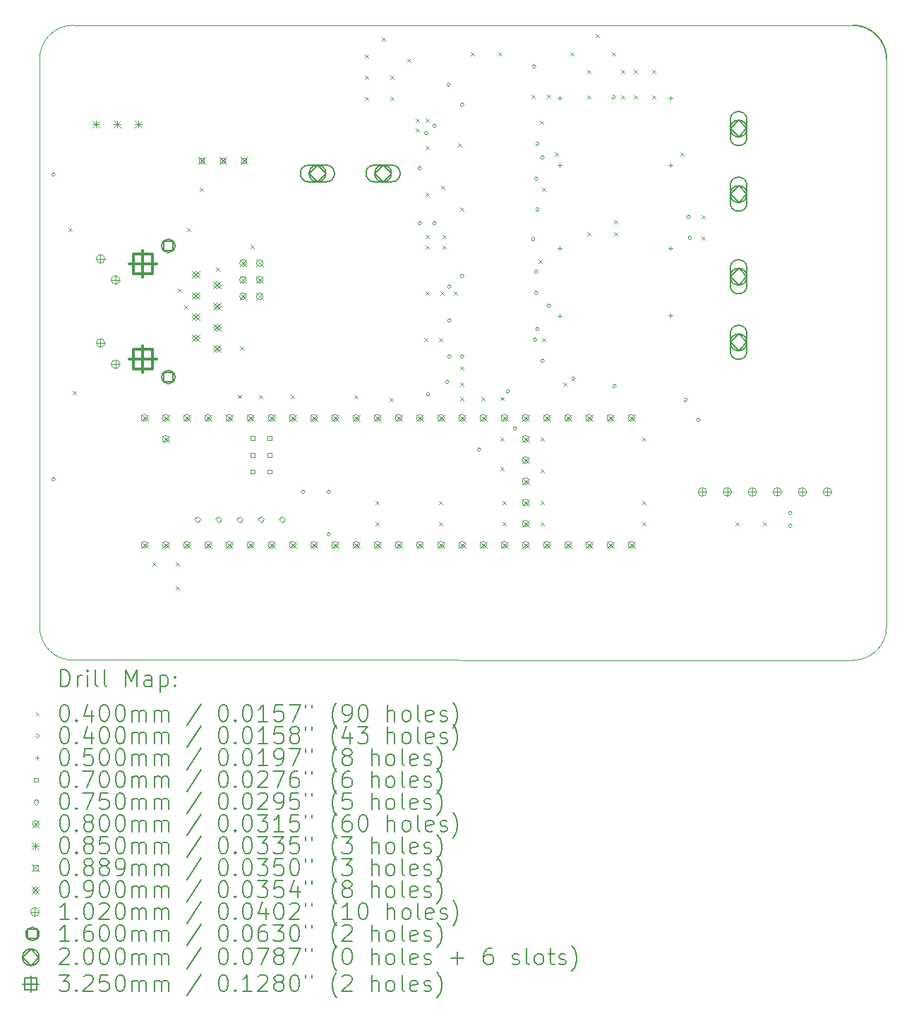
<source format=gbr>
%TF.GenerationSoftware,KiCad,Pcbnew,(6.0.8)*%
%TF.CreationDate,2022-10-20T16:35:19-05:00*%
%TF.ProjectId,SignalStack_Board,5369676e-616c-4537-9461-636b5f426f61,rev?*%
%TF.SameCoordinates,Original*%
%TF.FileFunction,Drillmap*%
%TF.FilePolarity,Positive*%
%FSLAX45Y45*%
G04 Gerber Fmt 4.5, Leading zero omitted, Abs format (unit mm)*
G04 Created by KiCad (PCBNEW (6.0.8)) date 2022-10-20 16:35:19*
%MOMM*%
%LPD*%
G01*
G04 APERTURE LIST*
%ADD10C,0.200000*%
%ADD11C,0.100000*%
%ADD12C,0.040000*%
%ADD13C,0.040005*%
%ADD14C,0.050000*%
%ADD15C,0.070000*%
%ADD16C,0.075000*%
%ADD17C,0.080000*%
%ADD18C,0.085000*%
%ADD19C,0.088900*%
%ADD20C,0.090000*%
%ADD21C,0.102000*%
%ADD22C,0.160000*%
%ADD23C,0.325000*%
G04 APERTURE END LIST*
D10*
X19773900Y-6718300D02*
G75*
G03*
X19367500Y-6311900I-406400J0D01*
G01*
D11*
X19377312Y-13931902D02*
G75*
G03*
X19773552Y-13525500I-5072J401312D01*
G01*
X9612144Y-13535310D02*
X9613900Y-6718300D01*
X10010140Y-6311900D02*
X19367500Y-6311900D01*
X10010140Y-6311900D02*
G75*
G03*
X9613900Y-6718300I5080J-401320D01*
G01*
X19773900Y-6718300D02*
X19773552Y-13525500D01*
X19377312Y-13931900D02*
X10018544Y-13929796D01*
X9612150Y-13535310D02*
G75*
G03*
X10018544Y-13931550I401310J5070D01*
G01*
D10*
D12*
X9962200Y-8743000D02*
X10002200Y-8783000D01*
X10002200Y-8743000D02*
X9962200Y-8783000D01*
X10013000Y-10698800D02*
X10053000Y-10738800D01*
X10053000Y-10698800D02*
X10013000Y-10738800D01*
X10965500Y-12756200D02*
X11005500Y-12796200D01*
X11005500Y-12756200D02*
X10965500Y-12796200D01*
X11244900Y-12756200D02*
X11284900Y-12796200D01*
X11284900Y-12756200D02*
X11244900Y-12796200D01*
X11244900Y-13048300D02*
X11284900Y-13088300D01*
X11284900Y-13048300D02*
X11244900Y-13088300D01*
X11270300Y-9476050D02*
X11310300Y-9516050D01*
X11310300Y-9476050D02*
X11270300Y-9516050D01*
X11346500Y-9679250D02*
X11386500Y-9719250D01*
X11386500Y-9679250D02*
X11346500Y-9719250D01*
X11384600Y-8743000D02*
X11424600Y-8783000D01*
X11424600Y-8743000D02*
X11384600Y-8783000D01*
X11537000Y-8260400D02*
X11577000Y-8300400D01*
X11577000Y-8260400D02*
X11537000Y-8300400D01*
X11727500Y-9222050D02*
X11767500Y-9262050D01*
X11767500Y-9222050D02*
X11727500Y-9262050D01*
X11992798Y-10747730D02*
X12032798Y-10787730D01*
X12032798Y-10747730D02*
X11992798Y-10787730D01*
X12019600Y-10165400D02*
X12059600Y-10205400D01*
X12059600Y-10165400D02*
X12019600Y-10205400D01*
X12146600Y-8946200D02*
X12186600Y-8986200D01*
X12186600Y-8946200D02*
X12146600Y-8986200D01*
X12248200Y-10749600D02*
X12288200Y-10789600D01*
X12288200Y-10749600D02*
X12248200Y-10789600D01*
X12629200Y-10749600D02*
X12669200Y-10789600D01*
X12669200Y-10749600D02*
X12629200Y-10789600D01*
X13391200Y-10749600D02*
X13431200Y-10789600D01*
X13431200Y-10749600D02*
X13391200Y-10789600D01*
X13518200Y-6660200D02*
X13558200Y-6700200D01*
X13558200Y-6660200D02*
X13518200Y-6700200D01*
X13518200Y-6914200D02*
X13558200Y-6954200D01*
X13558200Y-6914200D02*
X13518200Y-6954200D01*
X13518200Y-7168200D02*
X13558200Y-7208200D01*
X13558200Y-7168200D02*
X13518200Y-7208200D01*
X13645200Y-12019600D02*
X13685200Y-12059600D01*
X13685200Y-12019600D02*
X13645200Y-12059600D01*
X13645200Y-12273600D02*
X13685200Y-12313600D01*
X13685200Y-12273600D02*
X13645200Y-12313600D01*
X13721400Y-6457000D02*
X13761400Y-6497000D01*
X13761400Y-6457000D02*
X13721400Y-6497000D01*
X13810300Y-10787700D02*
X13850300Y-10827700D01*
X13850300Y-10787700D02*
X13810300Y-10827700D01*
X13823000Y-6914200D02*
X13863000Y-6954200D01*
X13863000Y-6914200D02*
X13823000Y-6954200D01*
X13823000Y-7168200D02*
X13863000Y-7208200D01*
X13863000Y-7168200D02*
X13823000Y-7208200D01*
X14026200Y-6711000D02*
X14066200Y-6751000D01*
X14066200Y-6711000D02*
X14026200Y-6751000D01*
X14127800Y-7434900D02*
X14167800Y-7474900D01*
X14167800Y-7434900D02*
X14127800Y-7474900D01*
X14127800Y-7549200D02*
X14167800Y-7589200D01*
X14167800Y-7549200D02*
X14127800Y-7589200D01*
X14229400Y-10063800D02*
X14269400Y-10103800D01*
X14269400Y-10063800D02*
X14229400Y-10103800D01*
X14242100Y-7434900D02*
X14282100Y-7474900D01*
X14282100Y-7434900D02*
X14242100Y-7474900D01*
X14242100Y-7765100D02*
X14282100Y-7805100D01*
X14282100Y-7765100D02*
X14242100Y-7805100D01*
X14242100Y-8323900D02*
X14282100Y-8363900D01*
X14282100Y-8323900D02*
X14242100Y-8363900D01*
X14242100Y-8831900D02*
X14282100Y-8871900D01*
X14282100Y-8831900D02*
X14242100Y-8871900D01*
X14242100Y-8958900D02*
X14282100Y-8998900D01*
X14282100Y-8958900D02*
X14242100Y-8998900D01*
X14242100Y-9505000D02*
X14282100Y-9545000D01*
X14282100Y-9505000D02*
X14242100Y-9545000D01*
X14407200Y-10063800D02*
X14447200Y-10103800D01*
X14447200Y-10063800D02*
X14407200Y-10103800D01*
X14407200Y-12019600D02*
X14447200Y-12059600D01*
X14447200Y-12019600D02*
X14407200Y-12059600D01*
X14407200Y-12273600D02*
X14447200Y-12313600D01*
X14447200Y-12273600D02*
X14407200Y-12313600D01*
X14419900Y-9505000D02*
X14459900Y-9545000D01*
X14459900Y-9505000D02*
X14419900Y-9545000D01*
X14432600Y-8235000D02*
X14472600Y-8275000D01*
X14472600Y-8235000D02*
X14432600Y-8275000D01*
X14445300Y-8831900D02*
X14485300Y-8871900D01*
X14485300Y-8831900D02*
X14445300Y-8871900D01*
X14445300Y-8958900D02*
X14485300Y-8998900D01*
X14485300Y-8958900D02*
X14445300Y-8998900D01*
X14585000Y-9505000D02*
X14625000Y-9545000D01*
X14625000Y-9505000D02*
X14585000Y-9545000D01*
X14635800Y-7727000D02*
X14675800Y-7767000D01*
X14675800Y-7727000D02*
X14635800Y-7767000D01*
X14661200Y-8501700D02*
X14701200Y-8541700D01*
X14701200Y-8501700D02*
X14661200Y-8541700D01*
X14661200Y-10406700D02*
X14701200Y-10446700D01*
X14701200Y-10406700D02*
X14661200Y-10446700D01*
X14661200Y-10597200D02*
X14701200Y-10637200D01*
X14701200Y-10597200D02*
X14661200Y-10637200D01*
X14661200Y-10775000D02*
X14701200Y-10815000D01*
X14701200Y-10775000D02*
X14661200Y-10815000D01*
X14788200Y-6634800D02*
X14828200Y-6674800D01*
X14828200Y-6634800D02*
X14788200Y-6674800D01*
X14915200Y-10775000D02*
X14955200Y-10815000D01*
X14955200Y-10775000D02*
X14915200Y-10815000D01*
X15118400Y-6634800D02*
X15158400Y-6674800D01*
X15158400Y-6634800D02*
X15118400Y-6674800D01*
X15142441Y-10773301D02*
X15182441Y-10813301D01*
X15182441Y-10773301D02*
X15142441Y-10813301D01*
X15143800Y-11257600D02*
X15183800Y-11297600D01*
X15183800Y-11257600D02*
X15143800Y-11297600D01*
X15143800Y-11613200D02*
X15183800Y-11653200D01*
X15183800Y-11613200D02*
X15143800Y-11653200D01*
X15169200Y-12019600D02*
X15209200Y-12059600D01*
X15209200Y-12019600D02*
X15169200Y-12059600D01*
X15169200Y-12273600D02*
X15209200Y-12313600D01*
X15209200Y-12273600D02*
X15169200Y-12313600D01*
X15512100Y-7142800D02*
X15552100Y-7182800D01*
X15552100Y-7142800D02*
X15512100Y-7182800D01*
X15601000Y-9124000D02*
X15641000Y-9164000D01*
X15641000Y-9124000D02*
X15601000Y-9164000D01*
X15613700Y-7460300D02*
X15653700Y-7500300D01*
X15653700Y-7460300D02*
X15613700Y-7500300D01*
X15626400Y-11257600D02*
X15666400Y-11297600D01*
X15666400Y-11257600D02*
X15626400Y-11297600D01*
X15626400Y-11638600D02*
X15666400Y-11678600D01*
X15666400Y-11638600D02*
X15626400Y-11678600D01*
X15626400Y-12019600D02*
X15666400Y-12059600D01*
X15666400Y-12019600D02*
X15626400Y-12059600D01*
X15626400Y-12273600D02*
X15666400Y-12313600D01*
X15666400Y-12273600D02*
X15626400Y-12313600D01*
X15639100Y-8260400D02*
X15679100Y-8300400D01*
X15679100Y-8260400D02*
X15639100Y-8300400D01*
X15639100Y-10063800D02*
X15679100Y-10103800D01*
X15679100Y-10063800D02*
X15639100Y-10103800D01*
X15702600Y-7142800D02*
X15742600Y-7182800D01*
X15742600Y-7142800D02*
X15702600Y-7182800D01*
X15791500Y-7841300D02*
X15831500Y-7881300D01*
X15831500Y-7841300D02*
X15791500Y-7881300D01*
X15893100Y-10597200D02*
X15933100Y-10637200D01*
X15933100Y-10597200D02*
X15893100Y-10637200D01*
X15982000Y-6634800D02*
X16022000Y-6674800D01*
X16022000Y-6634800D02*
X15982000Y-6674800D01*
X16185200Y-6850700D02*
X16225200Y-6890700D01*
X16225200Y-6850700D02*
X16185200Y-6890700D01*
X16185200Y-7155500D02*
X16225200Y-7195500D01*
X16225200Y-7155500D02*
X16185200Y-7195500D01*
X16185200Y-8793800D02*
X16225200Y-8833800D01*
X16225200Y-8793800D02*
X16185200Y-8833800D01*
X16286800Y-6418900D02*
X16326800Y-6458900D01*
X16326800Y-6418900D02*
X16286800Y-6458900D01*
X16477300Y-6634800D02*
X16517300Y-6674800D01*
X16517300Y-6634800D02*
X16477300Y-6674800D01*
X16502700Y-8654100D02*
X16542700Y-8694100D01*
X16542700Y-8654100D02*
X16502700Y-8694100D01*
X16502700Y-8793800D02*
X16542700Y-8833800D01*
X16542700Y-8793800D02*
X16502700Y-8833800D01*
X16591600Y-6850700D02*
X16631600Y-6890700D01*
X16631600Y-6850700D02*
X16591600Y-6890700D01*
X16591600Y-7155500D02*
X16631600Y-7195500D01*
X16631600Y-7155500D02*
X16591600Y-7195500D01*
X16744000Y-6850700D02*
X16784000Y-6890700D01*
X16784000Y-6850700D02*
X16744000Y-6890700D01*
X16744000Y-7155500D02*
X16784000Y-7195500D01*
X16784000Y-7155500D02*
X16744000Y-7195500D01*
X16845600Y-11257600D02*
X16885600Y-11297600D01*
X16885600Y-11257600D02*
X16845600Y-11297600D01*
X16845600Y-12019600D02*
X16885600Y-12059600D01*
X16885600Y-12019600D02*
X16845600Y-12059600D01*
X16845600Y-12273600D02*
X16885600Y-12313600D01*
X16885600Y-12273600D02*
X16845600Y-12313600D01*
X16959900Y-6850700D02*
X16999900Y-6890700D01*
X16999900Y-6850700D02*
X16959900Y-6890700D01*
X16959900Y-7155500D02*
X16999900Y-7195500D01*
X16999900Y-7155500D02*
X16959900Y-7195500D01*
X17302800Y-7841300D02*
X17342800Y-7881300D01*
X17342800Y-7841300D02*
X17302800Y-7881300D01*
X17556800Y-8590600D02*
X17596800Y-8630600D01*
X17596800Y-8590600D02*
X17556800Y-8630600D01*
X17556800Y-8844600D02*
X17596800Y-8884600D01*
X17596800Y-8844600D02*
X17556800Y-8884600D01*
X17963200Y-12273600D02*
X18003200Y-12313600D01*
X18003200Y-12273600D02*
X17963200Y-12313600D01*
X18293400Y-12273600D02*
X18333400Y-12313600D01*
X18333400Y-12273600D02*
X18293400Y-12313600D01*
D13*
X9799003Y-8102600D02*
G75*
G03*
X9799003Y-8102600I-20003J0D01*
G01*
X9799003Y-11760200D02*
G75*
G03*
X9799003Y-11760200I-20003J0D01*
G01*
X12796202Y-11912600D02*
G75*
G03*
X12796202Y-11912600I-20003J0D01*
G01*
X13101002Y-11912600D02*
G75*
G03*
X13101002Y-11912600I-20003J0D01*
G01*
X13101002Y-12420600D02*
G75*
G03*
X13101002Y-12420600I-20003J0D01*
G01*
X14193202Y-8026400D02*
G75*
G03*
X14193202Y-8026400I-20003J0D01*
G01*
X14193202Y-8686800D02*
G75*
G03*
X14193202Y-8686800I-20003J0D01*
G01*
X14269402Y-7607300D02*
G75*
G03*
X14269402Y-7607300I-20003J0D01*
G01*
X14294802Y-10740655D02*
G75*
G03*
X14294802Y-10740655I-20003J0D01*
G01*
X14371002Y-7518400D02*
G75*
G03*
X14371002Y-7518400I-20003J0D01*
G01*
X14371002Y-8686800D02*
G75*
G03*
X14371002Y-8686800I-20003J0D01*
G01*
X14523402Y-10591800D02*
G75*
G03*
X14523402Y-10591800I-20003J0D01*
G01*
X14536102Y-7023100D02*
G75*
G03*
X14536102Y-7023100I-20003J0D01*
G01*
X14548802Y-9448800D02*
G75*
G03*
X14548802Y-9448800I-20003J0D01*
G01*
X14548802Y-9855200D02*
G75*
G03*
X14548802Y-9855200I-20003J0D01*
G01*
X14548802Y-10287000D02*
G75*
G03*
X14548802Y-10287000I-20003J0D01*
G01*
X14701202Y-7264400D02*
G75*
G03*
X14701202Y-7264400I-20003J0D01*
G01*
X14701202Y-9321800D02*
G75*
G03*
X14701202Y-9321800I-20003J0D01*
G01*
X14701202Y-10287000D02*
G75*
G03*
X14701202Y-10287000I-20003J0D01*
G01*
X14904402Y-11404600D02*
G75*
G03*
X14904402Y-11404600I-20003J0D01*
G01*
X15247302Y-10706100D02*
G75*
G03*
X15247302Y-10706100I-20003J0D01*
G01*
X15336202Y-11150600D02*
G75*
G03*
X15336202Y-11150600I-20003J0D01*
G01*
X15552102Y-8877300D02*
G75*
G03*
X15552102Y-8877300I-20003J0D01*
G01*
X15564802Y-6807200D02*
G75*
G03*
X15564802Y-6807200I-20003J0D01*
G01*
X15577502Y-10083800D02*
G75*
G03*
X15577502Y-10083800I-20003J0D01*
G01*
X15590202Y-8153400D02*
G75*
G03*
X15590202Y-8153400I-20003J0D01*
G01*
X15590202Y-9271000D02*
G75*
G03*
X15590202Y-9271000I-20003J0D01*
G01*
X15590202Y-9525000D02*
G75*
G03*
X15590202Y-9525000I-20003J0D01*
G01*
X15602902Y-7734300D02*
G75*
G03*
X15602902Y-7734300I-20003J0D01*
G01*
X15602902Y-8521700D02*
G75*
G03*
X15602902Y-8521700I-20003J0D01*
G01*
X15602902Y-9956800D02*
G75*
G03*
X15602902Y-9956800I-20003J0D01*
G01*
X15666402Y-7899400D02*
G75*
G03*
X15666402Y-7899400I-20003J0D01*
G01*
X15666402Y-10337800D02*
G75*
G03*
X15666402Y-10337800I-20003J0D01*
G01*
X15742602Y-9677400D02*
G75*
G03*
X15742602Y-9677400I-20003J0D01*
G01*
X16034702Y-10553700D02*
G75*
G03*
X16034702Y-10553700I-20003J0D01*
G01*
X16517302Y-7175500D02*
G75*
G03*
X16517302Y-7175500I-20003J0D01*
G01*
X16530002Y-10642600D02*
G75*
G03*
X16530002Y-10642600I-20003J0D01*
G01*
X17380903Y-10807700D02*
G75*
G03*
X17380903Y-10807700I-20003J0D01*
G01*
X17419003Y-8610600D02*
G75*
G03*
X17419003Y-8610600I-20003J0D01*
G01*
X17431703Y-8864600D02*
G75*
G03*
X17431703Y-8864600I-20003J0D01*
G01*
X17533303Y-11049000D02*
G75*
G03*
X17533303Y-11049000I-20003J0D01*
G01*
X18638203Y-12166600D02*
G75*
G03*
X18638203Y-12166600I-20003J0D01*
G01*
X18638203Y-12319000D02*
G75*
G03*
X18638203Y-12319000I-20003J0D01*
G01*
D14*
X15849600Y-7163200D02*
X15849600Y-7213200D01*
X15824600Y-7188200D02*
X15874600Y-7188200D01*
X15849600Y-7963300D02*
X15849600Y-8013300D01*
X15824600Y-7988300D02*
X15874600Y-7988300D01*
X15849600Y-8966600D02*
X15849600Y-9016600D01*
X15824600Y-8991600D02*
X15874600Y-8991600D01*
X15849600Y-9779400D02*
X15849600Y-9829400D01*
X15824600Y-9804400D02*
X15874600Y-9804400D01*
X17183100Y-7163200D02*
X17183100Y-7213200D01*
X17158100Y-7188200D02*
X17208100Y-7188200D01*
X17183100Y-7963300D02*
X17183100Y-8013300D01*
X17158100Y-7988300D02*
X17208100Y-7988300D01*
X17183100Y-8966600D02*
X17183100Y-9016600D01*
X17158100Y-8991600D02*
X17208100Y-8991600D01*
X17183100Y-9766700D02*
X17183100Y-9816700D01*
X17158100Y-9791700D02*
X17208100Y-9791700D01*
D15*
X12192949Y-11293349D02*
X12192949Y-11243851D01*
X12143451Y-11243851D01*
X12143451Y-11293349D01*
X12192949Y-11293349D01*
X12192949Y-11493349D02*
X12192949Y-11443851D01*
X12143451Y-11443851D01*
X12143451Y-11493349D01*
X12192949Y-11493349D01*
X12192949Y-11693349D02*
X12192949Y-11643851D01*
X12143451Y-11643851D01*
X12143451Y-11693349D01*
X12192949Y-11693349D01*
X12392949Y-11293349D02*
X12392949Y-11243851D01*
X12343451Y-11243851D01*
X12343451Y-11293349D01*
X12392949Y-11293349D01*
X12392949Y-11493349D02*
X12392949Y-11443851D01*
X12343451Y-11443851D01*
X12343451Y-11493349D01*
X12392949Y-11493349D01*
X12392949Y-11693349D02*
X12392949Y-11643851D01*
X12343451Y-11643851D01*
X12343451Y-11693349D01*
X12392949Y-11693349D01*
D16*
X11506200Y-12280100D02*
X11543700Y-12242600D01*
X11506200Y-12205100D01*
X11468700Y-12242600D01*
X11506200Y-12280100D01*
X11760200Y-12280100D02*
X11797700Y-12242600D01*
X11760200Y-12205100D01*
X11722700Y-12242600D01*
X11760200Y-12280100D01*
X12014200Y-12280100D02*
X12051700Y-12242600D01*
X12014200Y-12205100D01*
X11976700Y-12242600D01*
X12014200Y-12280100D01*
X12268200Y-12280100D02*
X12305700Y-12242600D01*
X12268200Y-12205100D01*
X12230700Y-12242600D01*
X12268200Y-12280100D01*
X12522200Y-12280100D02*
X12559700Y-12242600D01*
X12522200Y-12205100D01*
X12484700Y-12242600D01*
X12522200Y-12280100D01*
D17*
X10831200Y-10983600D02*
X10911200Y-11063600D01*
X10911200Y-10983600D02*
X10831200Y-11063600D01*
X10911200Y-11023600D02*
G75*
G03*
X10911200Y-11023600I-40000J0D01*
G01*
X10831200Y-12507600D02*
X10911200Y-12587600D01*
X10911200Y-12507600D02*
X10831200Y-12587600D01*
X10911200Y-12547600D02*
G75*
G03*
X10911200Y-12547600I-40000J0D01*
G01*
X11085200Y-10983600D02*
X11165200Y-11063600D01*
X11165200Y-10983600D02*
X11085200Y-11063600D01*
X11165200Y-11023600D02*
G75*
G03*
X11165200Y-11023600I-40000J0D01*
G01*
X11085200Y-11237600D02*
X11165200Y-11317600D01*
X11165200Y-11237600D02*
X11085200Y-11317600D01*
X11165200Y-11277600D02*
G75*
G03*
X11165200Y-11277600I-40000J0D01*
G01*
X11085200Y-12507600D02*
X11165200Y-12587600D01*
X11165200Y-12507600D02*
X11085200Y-12587600D01*
X11165200Y-12547600D02*
G75*
G03*
X11165200Y-12547600I-40000J0D01*
G01*
X11339200Y-10983600D02*
X11419200Y-11063600D01*
X11419200Y-10983600D02*
X11339200Y-11063600D01*
X11419200Y-11023600D02*
G75*
G03*
X11419200Y-11023600I-40000J0D01*
G01*
X11339200Y-12507600D02*
X11419200Y-12587600D01*
X11419200Y-12507600D02*
X11339200Y-12587600D01*
X11419200Y-12547600D02*
G75*
G03*
X11419200Y-12547600I-40000J0D01*
G01*
X11593200Y-10983600D02*
X11673200Y-11063600D01*
X11673200Y-10983600D02*
X11593200Y-11063600D01*
X11673200Y-11023600D02*
G75*
G03*
X11673200Y-11023600I-40000J0D01*
G01*
X11593200Y-12507600D02*
X11673200Y-12587600D01*
X11673200Y-12507600D02*
X11593200Y-12587600D01*
X11673200Y-12547600D02*
G75*
G03*
X11673200Y-12547600I-40000J0D01*
G01*
X11847200Y-10983600D02*
X11927200Y-11063600D01*
X11927200Y-10983600D02*
X11847200Y-11063600D01*
X11927200Y-11023600D02*
G75*
G03*
X11927200Y-11023600I-40000J0D01*
G01*
X11847200Y-12507600D02*
X11927200Y-12587600D01*
X11927200Y-12507600D02*
X11847200Y-12587600D01*
X11927200Y-12547600D02*
G75*
G03*
X11927200Y-12547600I-40000J0D01*
G01*
X12012300Y-9125850D02*
X12092300Y-9205850D01*
X12092300Y-9125850D02*
X12012300Y-9205850D01*
X12092300Y-9165850D02*
G75*
G03*
X12092300Y-9165850I-40000J0D01*
G01*
X12012300Y-9325850D02*
X12092300Y-9405850D01*
X12092300Y-9325850D02*
X12012300Y-9405850D01*
X12092300Y-9365850D02*
G75*
G03*
X12092300Y-9365850I-40000J0D01*
G01*
X12012300Y-9525850D02*
X12092300Y-9605850D01*
X12092300Y-9525850D02*
X12012300Y-9605850D01*
X12092300Y-9565850D02*
G75*
G03*
X12092300Y-9565850I-40000J0D01*
G01*
X12101200Y-10983600D02*
X12181200Y-11063600D01*
X12181200Y-10983600D02*
X12101200Y-11063600D01*
X12181200Y-11023600D02*
G75*
G03*
X12181200Y-11023600I-40000J0D01*
G01*
X12101200Y-12507600D02*
X12181200Y-12587600D01*
X12181200Y-12507600D02*
X12101200Y-12587600D01*
X12181200Y-12547600D02*
G75*
G03*
X12181200Y-12547600I-40000J0D01*
G01*
X12212300Y-9125850D02*
X12292300Y-9205850D01*
X12292300Y-9125850D02*
X12212300Y-9205850D01*
X12292300Y-9165850D02*
G75*
G03*
X12292300Y-9165850I-40000J0D01*
G01*
X12212300Y-9325850D02*
X12292300Y-9405850D01*
X12292300Y-9325850D02*
X12212300Y-9405850D01*
X12292300Y-9365850D02*
G75*
G03*
X12292300Y-9365850I-40000J0D01*
G01*
X12212300Y-9525850D02*
X12292300Y-9605850D01*
X12292300Y-9525850D02*
X12212300Y-9605850D01*
X12292300Y-9565850D02*
G75*
G03*
X12292300Y-9565850I-40000J0D01*
G01*
X12355200Y-10983600D02*
X12435200Y-11063600D01*
X12435200Y-10983600D02*
X12355200Y-11063600D01*
X12435200Y-11023600D02*
G75*
G03*
X12435200Y-11023600I-40000J0D01*
G01*
X12355200Y-12507600D02*
X12435200Y-12587600D01*
X12435200Y-12507600D02*
X12355200Y-12587600D01*
X12435200Y-12547600D02*
G75*
G03*
X12435200Y-12547600I-40000J0D01*
G01*
X12609200Y-10983600D02*
X12689200Y-11063600D01*
X12689200Y-10983600D02*
X12609200Y-11063600D01*
X12689200Y-11023600D02*
G75*
G03*
X12689200Y-11023600I-40000J0D01*
G01*
X12609200Y-12507600D02*
X12689200Y-12587600D01*
X12689200Y-12507600D02*
X12609200Y-12587600D01*
X12689200Y-12547600D02*
G75*
G03*
X12689200Y-12547600I-40000J0D01*
G01*
X12863200Y-10983600D02*
X12943200Y-11063600D01*
X12943200Y-10983600D02*
X12863200Y-11063600D01*
X12943200Y-11023600D02*
G75*
G03*
X12943200Y-11023600I-40000J0D01*
G01*
X12863200Y-12507600D02*
X12943200Y-12587600D01*
X12943200Y-12507600D02*
X12863200Y-12587600D01*
X12943200Y-12547600D02*
G75*
G03*
X12943200Y-12547600I-40000J0D01*
G01*
X13117200Y-10983600D02*
X13197200Y-11063600D01*
X13197200Y-10983600D02*
X13117200Y-11063600D01*
X13197200Y-11023600D02*
G75*
G03*
X13197200Y-11023600I-40000J0D01*
G01*
X13117200Y-12507600D02*
X13197200Y-12587600D01*
X13197200Y-12507600D02*
X13117200Y-12587600D01*
X13197200Y-12547600D02*
G75*
G03*
X13197200Y-12547600I-40000J0D01*
G01*
X13371200Y-10983600D02*
X13451200Y-11063600D01*
X13451200Y-10983600D02*
X13371200Y-11063600D01*
X13451200Y-11023600D02*
G75*
G03*
X13451200Y-11023600I-40000J0D01*
G01*
X13371200Y-12507600D02*
X13451200Y-12587600D01*
X13451200Y-12507600D02*
X13371200Y-12587600D01*
X13451200Y-12547600D02*
G75*
G03*
X13451200Y-12547600I-40000J0D01*
G01*
X13625200Y-10983600D02*
X13705200Y-11063600D01*
X13705200Y-10983600D02*
X13625200Y-11063600D01*
X13705200Y-11023600D02*
G75*
G03*
X13705200Y-11023600I-40000J0D01*
G01*
X13625200Y-12507600D02*
X13705200Y-12587600D01*
X13705200Y-12507600D02*
X13625200Y-12587600D01*
X13705200Y-12547600D02*
G75*
G03*
X13705200Y-12547600I-40000J0D01*
G01*
X13879200Y-10983600D02*
X13959200Y-11063600D01*
X13959200Y-10983600D02*
X13879200Y-11063600D01*
X13959200Y-11023600D02*
G75*
G03*
X13959200Y-11023600I-40000J0D01*
G01*
X13879200Y-12507600D02*
X13959200Y-12587600D01*
X13959200Y-12507600D02*
X13879200Y-12587600D01*
X13959200Y-12547600D02*
G75*
G03*
X13959200Y-12547600I-40000J0D01*
G01*
X14133200Y-10983600D02*
X14213200Y-11063600D01*
X14213200Y-10983600D02*
X14133200Y-11063600D01*
X14213200Y-11023600D02*
G75*
G03*
X14213200Y-11023600I-40000J0D01*
G01*
X14133200Y-12507600D02*
X14213200Y-12587600D01*
X14213200Y-12507600D02*
X14133200Y-12587600D01*
X14213200Y-12547600D02*
G75*
G03*
X14213200Y-12547600I-40000J0D01*
G01*
X14387200Y-10983600D02*
X14467200Y-11063600D01*
X14467200Y-10983600D02*
X14387200Y-11063600D01*
X14467200Y-11023600D02*
G75*
G03*
X14467200Y-11023600I-40000J0D01*
G01*
X14387200Y-12507600D02*
X14467200Y-12587600D01*
X14467200Y-12507600D02*
X14387200Y-12587600D01*
X14467200Y-12547600D02*
G75*
G03*
X14467200Y-12547600I-40000J0D01*
G01*
X14641200Y-10983600D02*
X14721200Y-11063600D01*
X14721200Y-10983600D02*
X14641200Y-11063600D01*
X14721200Y-11023600D02*
G75*
G03*
X14721200Y-11023600I-40000J0D01*
G01*
X14641200Y-12507600D02*
X14721200Y-12587600D01*
X14721200Y-12507600D02*
X14641200Y-12587600D01*
X14721200Y-12547600D02*
G75*
G03*
X14721200Y-12547600I-40000J0D01*
G01*
X14895200Y-10983600D02*
X14975200Y-11063600D01*
X14975200Y-10983600D02*
X14895200Y-11063600D01*
X14975200Y-11023600D02*
G75*
G03*
X14975200Y-11023600I-40000J0D01*
G01*
X14895200Y-12507600D02*
X14975200Y-12587600D01*
X14975200Y-12507600D02*
X14895200Y-12587600D01*
X14975200Y-12547600D02*
G75*
G03*
X14975200Y-12547600I-40000J0D01*
G01*
X15149200Y-10983600D02*
X15229200Y-11063600D01*
X15229200Y-10983600D02*
X15149200Y-11063600D01*
X15229200Y-11023600D02*
G75*
G03*
X15229200Y-11023600I-40000J0D01*
G01*
X15149200Y-12507600D02*
X15229200Y-12587600D01*
X15229200Y-12507600D02*
X15149200Y-12587600D01*
X15229200Y-12547600D02*
G75*
G03*
X15229200Y-12547600I-40000J0D01*
G01*
X15403200Y-10983600D02*
X15483200Y-11063600D01*
X15483200Y-10983600D02*
X15403200Y-11063600D01*
X15483200Y-11023600D02*
G75*
G03*
X15483200Y-11023600I-40000J0D01*
G01*
X15403200Y-11237600D02*
X15483200Y-11317600D01*
X15483200Y-11237600D02*
X15403200Y-11317600D01*
X15483200Y-11277600D02*
G75*
G03*
X15483200Y-11277600I-40000J0D01*
G01*
X15403200Y-11491600D02*
X15483200Y-11571600D01*
X15483200Y-11491600D02*
X15403200Y-11571600D01*
X15483200Y-11531600D02*
G75*
G03*
X15483200Y-11531600I-40000J0D01*
G01*
X15403200Y-11745600D02*
X15483200Y-11825600D01*
X15483200Y-11745600D02*
X15403200Y-11825600D01*
X15483200Y-11785600D02*
G75*
G03*
X15483200Y-11785600I-40000J0D01*
G01*
X15403200Y-11999600D02*
X15483200Y-12079600D01*
X15483200Y-11999600D02*
X15403200Y-12079600D01*
X15483200Y-12039600D02*
G75*
G03*
X15483200Y-12039600I-40000J0D01*
G01*
X15403200Y-12253600D02*
X15483200Y-12333600D01*
X15483200Y-12253600D02*
X15403200Y-12333600D01*
X15483200Y-12293600D02*
G75*
G03*
X15483200Y-12293600I-40000J0D01*
G01*
X15403200Y-12507600D02*
X15483200Y-12587600D01*
X15483200Y-12507600D02*
X15403200Y-12587600D01*
X15483200Y-12547600D02*
G75*
G03*
X15483200Y-12547600I-40000J0D01*
G01*
X15657200Y-10983600D02*
X15737200Y-11063600D01*
X15737200Y-10983600D02*
X15657200Y-11063600D01*
X15737200Y-11023600D02*
G75*
G03*
X15737200Y-11023600I-40000J0D01*
G01*
X15657200Y-12507600D02*
X15737200Y-12587600D01*
X15737200Y-12507600D02*
X15657200Y-12587600D01*
X15737200Y-12547600D02*
G75*
G03*
X15737200Y-12547600I-40000J0D01*
G01*
X15911200Y-10983600D02*
X15991200Y-11063600D01*
X15991200Y-10983600D02*
X15911200Y-11063600D01*
X15991200Y-11023600D02*
G75*
G03*
X15991200Y-11023600I-40000J0D01*
G01*
X15911200Y-12507600D02*
X15991200Y-12587600D01*
X15991200Y-12507600D02*
X15911200Y-12587600D01*
X15991200Y-12547600D02*
G75*
G03*
X15991200Y-12547600I-40000J0D01*
G01*
X16165200Y-10983600D02*
X16245200Y-11063600D01*
X16245200Y-10983600D02*
X16165200Y-11063600D01*
X16245200Y-11023600D02*
G75*
G03*
X16245200Y-11023600I-40000J0D01*
G01*
X16165200Y-12507600D02*
X16245200Y-12587600D01*
X16245200Y-12507600D02*
X16165200Y-12587600D01*
X16245200Y-12547600D02*
G75*
G03*
X16245200Y-12547600I-40000J0D01*
G01*
X16419200Y-10983600D02*
X16499200Y-11063600D01*
X16499200Y-10983600D02*
X16419200Y-11063600D01*
X16499200Y-11023600D02*
G75*
G03*
X16499200Y-11023600I-40000J0D01*
G01*
X16419200Y-12507600D02*
X16499200Y-12587600D01*
X16499200Y-12507600D02*
X16419200Y-12587600D01*
X16499200Y-12547600D02*
G75*
G03*
X16499200Y-12547600I-40000J0D01*
G01*
X16673200Y-10983600D02*
X16753200Y-11063600D01*
X16753200Y-10983600D02*
X16673200Y-11063600D01*
X16753200Y-11023600D02*
G75*
G03*
X16753200Y-11023600I-40000J0D01*
G01*
X16673200Y-12507600D02*
X16753200Y-12587600D01*
X16753200Y-12507600D02*
X16673200Y-12587600D01*
X16753200Y-12547600D02*
G75*
G03*
X16753200Y-12547600I-40000J0D01*
G01*
D18*
X10244500Y-7453300D02*
X10329500Y-7538300D01*
X10329500Y-7453300D02*
X10244500Y-7538300D01*
X10287000Y-7453300D02*
X10287000Y-7538300D01*
X10244500Y-7495800D02*
X10329500Y-7495800D01*
X10498500Y-7453300D02*
X10583500Y-7538300D01*
X10583500Y-7453300D02*
X10498500Y-7538300D01*
X10541000Y-7453300D02*
X10541000Y-7538300D01*
X10498500Y-7495800D02*
X10583500Y-7495800D01*
X10752500Y-7453300D02*
X10837500Y-7538300D01*
X10837500Y-7453300D02*
X10752500Y-7538300D01*
X10795000Y-7453300D02*
X10795000Y-7538300D01*
X10752500Y-7495800D02*
X10837500Y-7495800D01*
D19*
X11512550Y-7893050D02*
X11601450Y-7981950D01*
X11601450Y-7893050D02*
X11512550Y-7981950D01*
X11588431Y-7968931D02*
X11588431Y-7906069D01*
X11525569Y-7906069D01*
X11525569Y-7968931D01*
X11588431Y-7968931D01*
X11766550Y-7893050D02*
X11855450Y-7981950D01*
X11855450Y-7893050D02*
X11766550Y-7981950D01*
X11842431Y-7968931D02*
X11842431Y-7906069D01*
X11779569Y-7906069D01*
X11779569Y-7968931D01*
X11842431Y-7968931D01*
X12020550Y-7893050D02*
X12109450Y-7981950D01*
X12109450Y-7893050D02*
X12020550Y-7981950D01*
X12096431Y-7968931D02*
X12096431Y-7906069D01*
X12033569Y-7906069D01*
X12033569Y-7968931D01*
X12096431Y-7968931D01*
D20*
X11441750Y-9257350D02*
X11531750Y-9347350D01*
X11531750Y-9257350D02*
X11441750Y-9347350D01*
X11486750Y-9347350D02*
X11531750Y-9302350D01*
X11486750Y-9257350D01*
X11441750Y-9302350D01*
X11486750Y-9347350D01*
X11441750Y-9511350D02*
X11531750Y-9601350D01*
X11531750Y-9511350D02*
X11441750Y-9601350D01*
X11486750Y-9601350D02*
X11531750Y-9556350D01*
X11486750Y-9511350D01*
X11441750Y-9556350D01*
X11486750Y-9601350D01*
X11441750Y-9765350D02*
X11531750Y-9855350D01*
X11531750Y-9765350D02*
X11441750Y-9855350D01*
X11486750Y-9855350D02*
X11531750Y-9810350D01*
X11486750Y-9765350D01*
X11441750Y-9810350D01*
X11486750Y-9855350D01*
X11441750Y-10019350D02*
X11531750Y-10109350D01*
X11531750Y-10019350D02*
X11441750Y-10109350D01*
X11486750Y-10109350D02*
X11531750Y-10064350D01*
X11486750Y-10019350D01*
X11441750Y-10064350D01*
X11486750Y-10109350D01*
X11695750Y-9384350D02*
X11785750Y-9474350D01*
X11785750Y-9384350D02*
X11695750Y-9474350D01*
X11740750Y-9474350D02*
X11785750Y-9429350D01*
X11740750Y-9384350D01*
X11695750Y-9429350D01*
X11740750Y-9474350D01*
X11695750Y-9638350D02*
X11785750Y-9728350D01*
X11785750Y-9638350D02*
X11695750Y-9728350D01*
X11740750Y-9728350D02*
X11785750Y-9683350D01*
X11740750Y-9638350D01*
X11695750Y-9683350D01*
X11740750Y-9728350D01*
X11695750Y-9892350D02*
X11785750Y-9982350D01*
X11785750Y-9892350D02*
X11695750Y-9982350D01*
X11740750Y-9982350D02*
X11785750Y-9937350D01*
X11740750Y-9892350D01*
X11695750Y-9937350D01*
X11740750Y-9982350D01*
X11695750Y-10146350D02*
X11785750Y-10236350D01*
X11785750Y-10146350D02*
X11695750Y-10236350D01*
X11740750Y-10236350D02*
X11785750Y-10191350D01*
X11740750Y-10146350D01*
X11695750Y-10191350D01*
X11740750Y-10236350D01*
D21*
X10343750Y-9063350D02*
X10343750Y-9165350D01*
X10292750Y-9114350D02*
X10394750Y-9114350D01*
X10394750Y-9114350D02*
G75*
G03*
X10394750Y-9114350I-51000J0D01*
G01*
X10343750Y-10074350D02*
X10343750Y-10176350D01*
X10292750Y-10125350D02*
X10394750Y-10125350D01*
X10394750Y-10125350D02*
G75*
G03*
X10394750Y-10125350I-51000J0D01*
G01*
X10522750Y-9317350D02*
X10522750Y-9419350D01*
X10471750Y-9368350D02*
X10573750Y-9368350D01*
X10573750Y-9368350D02*
G75*
G03*
X10573750Y-9368350I-51000J0D01*
G01*
X10522750Y-10328350D02*
X10522750Y-10430350D01*
X10471750Y-10379350D02*
X10573750Y-10379350D01*
X10573750Y-10379350D02*
G75*
G03*
X10573750Y-10379350I-51000J0D01*
G01*
X17563400Y-11861600D02*
X17563400Y-11963600D01*
X17512400Y-11912600D02*
X17614400Y-11912600D01*
X17614400Y-11912600D02*
G75*
G03*
X17614400Y-11912600I-51000J0D01*
G01*
X17863400Y-11861600D02*
X17863400Y-11963600D01*
X17812400Y-11912600D02*
X17914400Y-11912600D01*
X17914400Y-11912600D02*
G75*
G03*
X17914400Y-11912600I-51000J0D01*
G01*
X18163400Y-11861600D02*
X18163400Y-11963600D01*
X18112400Y-11912600D02*
X18214400Y-11912600D01*
X18214400Y-11912600D02*
G75*
G03*
X18214400Y-11912600I-51000J0D01*
G01*
X18463400Y-11861600D02*
X18463400Y-11963600D01*
X18412400Y-11912600D02*
X18514400Y-11912600D01*
X18514400Y-11912600D02*
G75*
G03*
X18514400Y-11912600I-51000J0D01*
G01*
X18763400Y-11861600D02*
X18763400Y-11963600D01*
X18712400Y-11912600D02*
X18814400Y-11912600D01*
X18814400Y-11912600D02*
G75*
G03*
X18814400Y-11912600I-51000J0D01*
G01*
X19063400Y-11861600D02*
X19063400Y-11963600D01*
X19012400Y-11912600D02*
X19114400Y-11912600D01*
X19114400Y-11912600D02*
G75*
G03*
X19114400Y-11912600I-51000J0D01*
G01*
D22*
X11213319Y-9015919D02*
X11213319Y-8902781D01*
X11100181Y-8902781D01*
X11100181Y-9015919D01*
X11213319Y-9015919D01*
X11236750Y-8959350D02*
G75*
G03*
X11236750Y-8959350I-80000J0D01*
G01*
X11213319Y-10590919D02*
X11213319Y-10477781D01*
X11100181Y-10477781D01*
X11100181Y-10590919D01*
X11213319Y-10590919D01*
X11236750Y-10534350D02*
G75*
G03*
X11236750Y-10534350I-80000J0D01*
G01*
D10*
X12945500Y-8190540D02*
X13045500Y-8090540D01*
X12945500Y-7990540D01*
X12845500Y-8090540D01*
X12945500Y-8190540D01*
X13045500Y-8090540D02*
G75*
G03*
X13045500Y-8090540I-100000J0D01*
G01*
X13050500Y-7990540D02*
X12840500Y-7990540D01*
X13050500Y-8190540D02*
X12840500Y-8190540D01*
X12840500Y-7990540D02*
G75*
G03*
X12840500Y-8190540I0J-100000D01*
G01*
X13050500Y-8190540D02*
G75*
G03*
X13050500Y-7990540I0J100000D01*
G01*
X13732900Y-8190540D02*
X13832900Y-8090540D01*
X13732900Y-7990540D01*
X13632900Y-8090540D01*
X13732900Y-8190540D01*
X13832900Y-8090540D02*
G75*
G03*
X13832900Y-8090540I-100000J0D01*
G01*
X13837900Y-7990540D02*
X13627900Y-7990540D01*
X13837900Y-8190540D02*
X13627900Y-8190540D01*
X13627900Y-7990540D02*
G75*
G03*
X13627900Y-8190540I0J-100000D01*
G01*
X13837900Y-8190540D02*
G75*
G03*
X13837900Y-7990540I0J100000D01*
G01*
X17997800Y-7652300D02*
X18097800Y-7552300D01*
X17997800Y-7452300D01*
X17897800Y-7552300D01*
X17997800Y-7652300D01*
X18097800Y-7552300D02*
G75*
G03*
X18097800Y-7552300I-100000J0D01*
G01*
X18097800Y-7657300D02*
X18097800Y-7447300D01*
X17897800Y-7657300D02*
X17897800Y-7447300D01*
X18097800Y-7447300D02*
G75*
G03*
X17897800Y-7447300I-100000J0D01*
G01*
X17897800Y-7657300D02*
G75*
G03*
X18097800Y-7657300I100000J0D01*
G01*
X17997800Y-8439700D02*
X18097800Y-8339700D01*
X17997800Y-8239700D01*
X17897800Y-8339700D01*
X17997800Y-8439700D01*
X18097800Y-8339700D02*
G75*
G03*
X18097800Y-8339700I-100000J0D01*
G01*
X18097800Y-8444700D02*
X18097800Y-8234700D01*
X17897800Y-8444700D02*
X17897800Y-8234700D01*
X18097800Y-8234700D02*
G75*
G03*
X17897800Y-8234700I-100000J0D01*
G01*
X17897800Y-8444700D02*
G75*
G03*
X18097800Y-8444700I100000J0D01*
G01*
X17997800Y-9430300D02*
X18097800Y-9330300D01*
X17997800Y-9230300D01*
X17897800Y-9330300D01*
X17997800Y-9430300D01*
X18097800Y-9330300D02*
G75*
G03*
X18097800Y-9330300I-100000J0D01*
G01*
X18097800Y-9435300D02*
X18097800Y-9225300D01*
X17897800Y-9435300D02*
X17897800Y-9225300D01*
X18097800Y-9225300D02*
G75*
G03*
X17897800Y-9225300I-100000J0D01*
G01*
X17897800Y-9435300D02*
G75*
G03*
X18097800Y-9435300I100000J0D01*
G01*
X17997800Y-10217700D02*
X18097800Y-10117700D01*
X17997800Y-10017700D01*
X17897800Y-10117700D01*
X17997800Y-10217700D01*
X18097800Y-10117700D02*
G75*
G03*
X18097800Y-10117700I-100000J0D01*
G01*
X18097800Y-10222700D02*
X18097800Y-10012700D01*
X17897800Y-10222700D02*
X17897800Y-10012700D01*
X18097800Y-10012700D02*
G75*
G03*
X17897800Y-10012700I-100000J0D01*
G01*
X17897800Y-10222700D02*
G75*
G03*
X18097800Y-10222700I100000J0D01*
G01*
D23*
X10851750Y-9012850D02*
X10851750Y-9337850D01*
X10689250Y-9175350D02*
X11014250Y-9175350D01*
X10966656Y-9290256D02*
X10966656Y-9060444D01*
X10736844Y-9060444D01*
X10736844Y-9290256D01*
X10966656Y-9290256D01*
X10851750Y-10155850D02*
X10851750Y-10480850D01*
X10689250Y-10318350D02*
X11014250Y-10318350D01*
X10966656Y-10433256D02*
X10966656Y-10203444D01*
X10736844Y-10203444D01*
X10736844Y-10433256D01*
X10966656Y-10433256D01*
D10*
X9864763Y-14247376D02*
X9864763Y-14047376D01*
X9912382Y-14047376D01*
X9940954Y-14056900D01*
X9960001Y-14075948D01*
X9969525Y-14094995D01*
X9979049Y-14133090D01*
X9979049Y-14161662D01*
X9969525Y-14199757D01*
X9960001Y-14218805D01*
X9940954Y-14237852D01*
X9912382Y-14247376D01*
X9864763Y-14247376D01*
X10064763Y-14247376D02*
X10064763Y-14114043D01*
X10064763Y-14152138D02*
X10074287Y-14133090D01*
X10083811Y-14123567D01*
X10102858Y-14114043D01*
X10121906Y-14114043D01*
X10188573Y-14247376D02*
X10188573Y-14114043D01*
X10188573Y-14047376D02*
X10179049Y-14056900D01*
X10188573Y-14066424D01*
X10198096Y-14056900D01*
X10188573Y-14047376D01*
X10188573Y-14066424D01*
X10312382Y-14247376D02*
X10293334Y-14237852D01*
X10283811Y-14218805D01*
X10283811Y-14047376D01*
X10417144Y-14247376D02*
X10398096Y-14237852D01*
X10388573Y-14218805D01*
X10388573Y-14047376D01*
X10645715Y-14247376D02*
X10645715Y-14047376D01*
X10712382Y-14190233D01*
X10779049Y-14047376D01*
X10779049Y-14247376D01*
X10960001Y-14247376D02*
X10960001Y-14142614D01*
X10950477Y-14123567D01*
X10931430Y-14114043D01*
X10893334Y-14114043D01*
X10874287Y-14123567D01*
X10960001Y-14237852D02*
X10940954Y-14247376D01*
X10893334Y-14247376D01*
X10874287Y-14237852D01*
X10864763Y-14218805D01*
X10864763Y-14199757D01*
X10874287Y-14180709D01*
X10893334Y-14171186D01*
X10940954Y-14171186D01*
X10960001Y-14161662D01*
X11055239Y-14114043D02*
X11055239Y-14314043D01*
X11055239Y-14123567D02*
X11074287Y-14114043D01*
X11112382Y-14114043D01*
X11131430Y-14123567D01*
X11140954Y-14133090D01*
X11150477Y-14152138D01*
X11150477Y-14209281D01*
X11140954Y-14228328D01*
X11131430Y-14237852D01*
X11112382Y-14247376D01*
X11074287Y-14247376D01*
X11055239Y-14237852D01*
X11236192Y-14228328D02*
X11245715Y-14237852D01*
X11236192Y-14247376D01*
X11226668Y-14237852D01*
X11236192Y-14228328D01*
X11236192Y-14247376D01*
X11236192Y-14123567D02*
X11245715Y-14133090D01*
X11236192Y-14142614D01*
X11226668Y-14133090D01*
X11236192Y-14123567D01*
X11236192Y-14142614D01*
D12*
X9567144Y-14556900D02*
X9607144Y-14596900D01*
X9607144Y-14556900D02*
X9567144Y-14596900D01*
D10*
X9902858Y-14467376D02*
X9921906Y-14467376D01*
X9940954Y-14476900D01*
X9950477Y-14486424D01*
X9960001Y-14505471D01*
X9969525Y-14543567D01*
X9969525Y-14591186D01*
X9960001Y-14629281D01*
X9950477Y-14648328D01*
X9940954Y-14657852D01*
X9921906Y-14667376D01*
X9902858Y-14667376D01*
X9883811Y-14657852D01*
X9874287Y-14648328D01*
X9864763Y-14629281D01*
X9855239Y-14591186D01*
X9855239Y-14543567D01*
X9864763Y-14505471D01*
X9874287Y-14486424D01*
X9883811Y-14476900D01*
X9902858Y-14467376D01*
X10055239Y-14648328D02*
X10064763Y-14657852D01*
X10055239Y-14667376D01*
X10045715Y-14657852D01*
X10055239Y-14648328D01*
X10055239Y-14667376D01*
X10236192Y-14534043D02*
X10236192Y-14667376D01*
X10188573Y-14457852D02*
X10140954Y-14600709D01*
X10264763Y-14600709D01*
X10379049Y-14467376D02*
X10398096Y-14467376D01*
X10417144Y-14476900D01*
X10426668Y-14486424D01*
X10436192Y-14505471D01*
X10445715Y-14543567D01*
X10445715Y-14591186D01*
X10436192Y-14629281D01*
X10426668Y-14648328D01*
X10417144Y-14657852D01*
X10398096Y-14667376D01*
X10379049Y-14667376D01*
X10360001Y-14657852D01*
X10350477Y-14648328D01*
X10340954Y-14629281D01*
X10331430Y-14591186D01*
X10331430Y-14543567D01*
X10340954Y-14505471D01*
X10350477Y-14486424D01*
X10360001Y-14476900D01*
X10379049Y-14467376D01*
X10569525Y-14467376D02*
X10588573Y-14467376D01*
X10607620Y-14476900D01*
X10617144Y-14486424D01*
X10626668Y-14505471D01*
X10636192Y-14543567D01*
X10636192Y-14591186D01*
X10626668Y-14629281D01*
X10617144Y-14648328D01*
X10607620Y-14657852D01*
X10588573Y-14667376D01*
X10569525Y-14667376D01*
X10550477Y-14657852D01*
X10540954Y-14648328D01*
X10531430Y-14629281D01*
X10521906Y-14591186D01*
X10521906Y-14543567D01*
X10531430Y-14505471D01*
X10540954Y-14486424D01*
X10550477Y-14476900D01*
X10569525Y-14467376D01*
X10721906Y-14667376D02*
X10721906Y-14534043D01*
X10721906Y-14553090D02*
X10731430Y-14543567D01*
X10750477Y-14534043D01*
X10779049Y-14534043D01*
X10798096Y-14543567D01*
X10807620Y-14562614D01*
X10807620Y-14667376D01*
X10807620Y-14562614D02*
X10817144Y-14543567D01*
X10836192Y-14534043D01*
X10864763Y-14534043D01*
X10883811Y-14543567D01*
X10893334Y-14562614D01*
X10893334Y-14667376D01*
X10988573Y-14667376D02*
X10988573Y-14534043D01*
X10988573Y-14553090D02*
X10998096Y-14543567D01*
X11017144Y-14534043D01*
X11045715Y-14534043D01*
X11064763Y-14543567D01*
X11074287Y-14562614D01*
X11074287Y-14667376D01*
X11074287Y-14562614D02*
X11083811Y-14543567D01*
X11102858Y-14534043D01*
X11131430Y-14534043D01*
X11150477Y-14543567D01*
X11160001Y-14562614D01*
X11160001Y-14667376D01*
X11550477Y-14457852D02*
X11379049Y-14714995D01*
X11807620Y-14467376D02*
X11826668Y-14467376D01*
X11845715Y-14476900D01*
X11855239Y-14486424D01*
X11864763Y-14505471D01*
X11874287Y-14543567D01*
X11874287Y-14591186D01*
X11864763Y-14629281D01*
X11855239Y-14648328D01*
X11845715Y-14657852D01*
X11826668Y-14667376D01*
X11807620Y-14667376D01*
X11788572Y-14657852D01*
X11779049Y-14648328D01*
X11769525Y-14629281D01*
X11760001Y-14591186D01*
X11760001Y-14543567D01*
X11769525Y-14505471D01*
X11779049Y-14486424D01*
X11788572Y-14476900D01*
X11807620Y-14467376D01*
X11960001Y-14648328D02*
X11969525Y-14657852D01*
X11960001Y-14667376D01*
X11950477Y-14657852D01*
X11960001Y-14648328D01*
X11960001Y-14667376D01*
X12093334Y-14467376D02*
X12112382Y-14467376D01*
X12131430Y-14476900D01*
X12140953Y-14486424D01*
X12150477Y-14505471D01*
X12160001Y-14543567D01*
X12160001Y-14591186D01*
X12150477Y-14629281D01*
X12140953Y-14648328D01*
X12131430Y-14657852D01*
X12112382Y-14667376D01*
X12093334Y-14667376D01*
X12074287Y-14657852D01*
X12064763Y-14648328D01*
X12055239Y-14629281D01*
X12045715Y-14591186D01*
X12045715Y-14543567D01*
X12055239Y-14505471D01*
X12064763Y-14486424D01*
X12074287Y-14476900D01*
X12093334Y-14467376D01*
X12350477Y-14667376D02*
X12236192Y-14667376D01*
X12293334Y-14667376D02*
X12293334Y-14467376D01*
X12274287Y-14495948D01*
X12255239Y-14514995D01*
X12236192Y-14524519D01*
X12531430Y-14467376D02*
X12436192Y-14467376D01*
X12426668Y-14562614D01*
X12436192Y-14553090D01*
X12455239Y-14543567D01*
X12502858Y-14543567D01*
X12521906Y-14553090D01*
X12531430Y-14562614D01*
X12540953Y-14581662D01*
X12540953Y-14629281D01*
X12531430Y-14648328D01*
X12521906Y-14657852D01*
X12502858Y-14667376D01*
X12455239Y-14667376D01*
X12436192Y-14657852D01*
X12426668Y-14648328D01*
X12607620Y-14467376D02*
X12740953Y-14467376D01*
X12655239Y-14667376D01*
X12807620Y-14467376D02*
X12807620Y-14505471D01*
X12883811Y-14467376D02*
X12883811Y-14505471D01*
X13179049Y-14743567D02*
X13169525Y-14734043D01*
X13150477Y-14705471D01*
X13140953Y-14686424D01*
X13131430Y-14657852D01*
X13121906Y-14610233D01*
X13121906Y-14572138D01*
X13131430Y-14524519D01*
X13140953Y-14495948D01*
X13150477Y-14476900D01*
X13169525Y-14448328D01*
X13179049Y-14438805D01*
X13264763Y-14667376D02*
X13302858Y-14667376D01*
X13321906Y-14657852D01*
X13331430Y-14648328D01*
X13350477Y-14619757D01*
X13360001Y-14581662D01*
X13360001Y-14505471D01*
X13350477Y-14486424D01*
X13340953Y-14476900D01*
X13321906Y-14467376D01*
X13283811Y-14467376D01*
X13264763Y-14476900D01*
X13255239Y-14486424D01*
X13245715Y-14505471D01*
X13245715Y-14553090D01*
X13255239Y-14572138D01*
X13264763Y-14581662D01*
X13283811Y-14591186D01*
X13321906Y-14591186D01*
X13340953Y-14581662D01*
X13350477Y-14572138D01*
X13360001Y-14553090D01*
X13483811Y-14467376D02*
X13502858Y-14467376D01*
X13521906Y-14476900D01*
X13531430Y-14486424D01*
X13540953Y-14505471D01*
X13550477Y-14543567D01*
X13550477Y-14591186D01*
X13540953Y-14629281D01*
X13531430Y-14648328D01*
X13521906Y-14657852D01*
X13502858Y-14667376D01*
X13483811Y-14667376D01*
X13464763Y-14657852D01*
X13455239Y-14648328D01*
X13445715Y-14629281D01*
X13436192Y-14591186D01*
X13436192Y-14543567D01*
X13445715Y-14505471D01*
X13455239Y-14486424D01*
X13464763Y-14476900D01*
X13483811Y-14467376D01*
X13788572Y-14667376D02*
X13788572Y-14467376D01*
X13874287Y-14667376D02*
X13874287Y-14562614D01*
X13864763Y-14543567D01*
X13845715Y-14534043D01*
X13817144Y-14534043D01*
X13798096Y-14543567D01*
X13788572Y-14553090D01*
X13998096Y-14667376D02*
X13979049Y-14657852D01*
X13969525Y-14648328D01*
X13960001Y-14629281D01*
X13960001Y-14572138D01*
X13969525Y-14553090D01*
X13979049Y-14543567D01*
X13998096Y-14534043D01*
X14026668Y-14534043D01*
X14045715Y-14543567D01*
X14055239Y-14553090D01*
X14064763Y-14572138D01*
X14064763Y-14629281D01*
X14055239Y-14648328D01*
X14045715Y-14657852D01*
X14026668Y-14667376D01*
X13998096Y-14667376D01*
X14179049Y-14667376D02*
X14160001Y-14657852D01*
X14150477Y-14638805D01*
X14150477Y-14467376D01*
X14331430Y-14657852D02*
X14312382Y-14667376D01*
X14274287Y-14667376D01*
X14255239Y-14657852D01*
X14245715Y-14638805D01*
X14245715Y-14562614D01*
X14255239Y-14543567D01*
X14274287Y-14534043D01*
X14312382Y-14534043D01*
X14331430Y-14543567D01*
X14340953Y-14562614D01*
X14340953Y-14581662D01*
X14245715Y-14600709D01*
X14417144Y-14657852D02*
X14436192Y-14667376D01*
X14474287Y-14667376D01*
X14493334Y-14657852D01*
X14502858Y-14638805D01*
X14502858Y-14629281D01*
X14493334Y-14610233D01*
X14474287Y-14600709D01*
X14445715Y-14600709D01*
X14426668Y-14591186D01*
X14417144Y-14572138D01*
X14417144Y-14562614D01*
X14426668Y-14543567D01*
X14445715Y-14534043D01*
X14474287Y-14534043D01*
X14493334Y-14543567D01*
X14569525Y-14743567D02*
X14579049Y-14734043D01*
X14598096Y-14705471D01*
X14607620Y-14686424D01*
X14617144Y-14657852D01*
X14626668Y-14610233D01*
X14626668Y-14572138D01*
X14617144Y-14524519D01*
X14607620Y-14495948D01*
X14598096Y-14476900D01*
X14579049Y-14448328D01*
X14569525Y-14438805D01*
D13*
X9607144Y-14840900D02*
G75*
G03*
X9607144Y-14840900I-20003J0D01*
G01*
D10*
X9902858Y-14731376D02*
X9921906Y-14731376D01*
X9940954Y-14740900D01*
X9950477Y-14750424D01*
X9960001Y-14769471D01*
X9969525Y-14807567D01*
X9969525Y-14855186D01*
X9960001Y-14893281D01*
X9950477Y-14912328D01*
X9940954Y-14921852D01*
X9921906Y-14931376D01*
X9902858Y-14931376D01*
X9883811Y-14921852D01*
X9874287Y-14912328D01*
X9864763Y-14893281D01*
X9855239Y-14855186D01*
X9855239Y-14807567D01*
X9864763Y-14769471D01*
X9874287Y-14750424D01*
X9883811Y-14740900D01*
X9902858Y-14731376D01*
X10055239Y-14912328D02*
X10064763Y-14921852D01*
X10055239Y-14931376D01*
X10045715Y-14921852D01*
X10055239Y-14912328D01*
X10055239Y-14931376D01*
X10236192Y-14798043D02*
X10236192Y-14931376D01*
X10188573Y-14721852D02*
X10140954Y-14864709D01*
X10264763Y-14864709D01*
X10379049Y-14731376D02*
X10398096Y-14731376D01*
X10417144Y-14740900D01*
X10426668Y-14750424D01*
X10436192Y-14769471D01*
X10445715Y-14807567D01*
X10445715Y-14855186D01*
X10436192Y-14893281D01*
X10426668Y-14912328D01*
X10417144Y-14921852D01*
X10398096Y-14931376D01*
X10379049Y-14931376D01*
X10360001Y-14921852D01*
X10350477Y-14912328D01*
X10340954Y-14893281D01*
X10331430Y-14855186D01*
X10331430Y-14807567D01*
X10340954Y-14769471D01*
X10350477Y-14750424D01*
X10360001Y-14740900D01*
X10379049Y-14731376D01*
X10569525Y-14731376D02*
X10588573Y-14731376D01*
X10607620Y-14740900D01*
X10617144Y-14750424D01*
X10626668Y-14769471D01*
X10636192Y-14807567D01*
X10636192Y-14855186D01*
X10626668Y-14893281D01*
X10617144Y-14912328D01*
X10607620Y-14921852D01*
X10588573Y-14931376D01*
X10569525Y-14931376D01*
X10550477Y-14921852D01*
X10540954Y-14912328D01*
X10531430Y-14893281D01*
X10521906Y-14855186D01*
X10521906Y-14807567D01*
X10531430Y-14769471D01*
X10540954Y-14750424D01*
X10550477Y-14740900D01*
X10569525Y-14731376D01*
X10721906Y-14931376D02*
X10721906Y-14798043D01*
X10721906Y-14817090D02*
X10731430Y-14807567D01*
X10750477Y-14798043D01*
X10779049Y-14798043D01*
X10798096Y-14807567D01*
X10807620Y-14826614D01*
X10807620Y-14931376D01*
X10807620Y-14826614D02*
X10817144Y-14807567D01*
X10836192Y-14798043D01*
X10864763Y-14798043D01*
X10883811Y-14807567D01*
X10893334Y-14826614D01*
X10893334Y-14931376D01*
X10988573Y-14931376D02*
X10988573Y-14798043D01*
X10988573Y-14817090D02*
X10998096Y-14807567D01*
X11017144Y-14798043D01*
X11045715Y-14798043D01*
X11064763Y-14807567D01*
X11074287Y-14826614D01*
X11074287Y-14931376D01*
X11074287Y-14826614D02*
X11083811Y-14807567D01*
X11102858Y-14798043D01*
X11131430Y-14798043D01*
X11150477Y-14807567D01*
X11160001Y-14826614D01*
X11160001Y-14931376D01*
X11550477Y-14721852D02*
X11379049Y-14978995D01*
X11807620Y-14731376D02*
X11826668Y-14731376D01*
X11845715Y-14740900D01*
X11855239Y-14750424D01*
X11864763Y-14769471D01*
X11874287Y-14807567D01*
X11874287Y-14855186D01*
X11864763Y-14893281D01*
X11855239Y-14912328D01*
X11845715Y-14921852D01*
X11826668Y-14931376D01*
X11807620Y-14931376D01*
X11788572Y-14921852D01*
X11779049Y-14912328D01*
X11769525Y-14893281D01*
X11760001Y-14855186D01*
X11760001Y-14807567D01*
X11769525Y-14769471D01*
X11779049Y-14750424D01*
X11788572Y-14740900D01*
X11807620Y-14731376D01*
X11960001Y-14912328D02*
X11969525Y-14921852D01*
X11960001Y-14931376D01*
X11950477Y-14921852D01*
X11960001Y-14912328D01*
X11960001Y-14931376D01*
X12093334Y-14731376D02*
X12112382Y-14731376D01*
X12131430Y-14740900D01*
X12140953Y-14750424D01*
X12150477Y-14769471D01*
X12160001Y-14807567D01*
X12160001Y-14855186D01*
X12150477Y-14893281D01*
X12140953Y-14912328D01*
X12131430Y-14921852D01*
X12112382Y-14931376D01*
X12093334Y-14931376D01*
X12074287Y-14921852D01*
X12064763Y-14912328D01*
X12055239Y-14893281D01*
X12045715Y-14855186D01*
X12045715Y-14807567D01*
X12055239Y-14769471D01*
X12064763Y-14750424D01*
X12074287Y-14740900D01*
X12093334Y-14731376D01*
X12350477Y-14931376D02*
X12236192Y-14931376D01*
X12293334Y-14931376D02*
X12293334Y-14731376D01*
X12274287Y-14759948D01*
X12255239Y-14778995D01*
X12236192Y-14788519D01*
X12531430Y-14731376D02*
X12436192Y-14731376D01*
X12426668Y-14826614D01*
X12436192Y-14817090D01*
X12455239Y-14807567D01*
X12502858Y-14807567D01*
X12521906Y-14817090D01*
X12531430Y-14826614D01*
X12540953Y-14845662D01*
X12540953Y-14893281D01*
X12531430Y-14912328D01*
X12521906Y-14921852D01*
X12502858Y-14931376D01*
X12455239Y-14931376D01*
X12436192Y-14921852D01*
X12426668Y-14912328D01*
X12655239Y-14817090D02*
X12636192Y-14807567D01*
X12626668Y-14798043D01*
X12617144Y-14778995D01*
X12617144Y-14769471D01*
X12626668Y-14750424D01*
X12636192Y-14740900D01*
X12655239Y-14731376D01*
X12693334Y-14731376D01*
X12712382Y-14740900D01*
X12721906Y-14750424D01*
X12731430Y-14769471D01*
X12731430Y-14778995D01*
X12721906Y-14798043D01*
X12712382Y-14807567D01*
X12693334Y-14817090D01*
X12655239Y-14817090D01*
X12636192Y-14826614D01*
X12626668Y-14836138D01*
X12617144Y-14855186D01*
X12617144Y-14893281D01*
X12626668Y-14912328D01*
X12636192Y-14921852D01*
X12655239Y-14931376D01*
X12693334Y-14931376D01*
X12712382Y-14921852D01*
X12721906Y-14912328D01*
X12731430Y-14893281D01*
X12731430Y-14855186D01*
X12721906Y-14836138D01*
X12712382Y-14826614D01*
X12693334Y-14817090D01*
X12807620Y-14731376D02*
X12807620Y-14769471D01*
X12883811Y-14731376D02*
X12883811Y-14769471D01*
X13179049Y-15007567D02*
X13169525Y-14998043D01*
X13150477Y-14969471D01*
X13140953Y-14950424D01*
X13131430Y-14921852D01*
X13121906Y-14874233D01*
X13121906Y-14836138D01*
X13131430Y-14788519D01*
X13140953Y-14759948D01*
X13150477Y-14740900D01*
X13169525Y-14712328D01*
X13179049Y-14702805D01*
X13340953Y-14798043D02*
X13340953Y-14931376D01*
X13293334Y-14721852D02*
X13245715Y-14864709D01*
X13369525Y-14864709D01*
X13426668Y-14731376D02*
X13550477Y-14731376D01*
X13483811Y-14807567D01*
X13512382Y-14807567D01*
X13531430Y-14817090D01*
X13540953Y-14826614D01*
X13550477Y-14845662D01*
X13550477Y-14893281D01*
X13540953Y-14912328D01*
X13531430Y-14921852D01*
X13512382Y-14931376D01*
X13455239Y-14931376D01*
X13436192Y-14921852D01*
X13426668Y-14912328D01*
X13788572Y-14931376D02*
X13788572Y-14731376D01*
X13874287Y-14931376D02*
X13874287Y-14826614D01*
X13864763Y-14807567D01*
X13845715Y-14798043D01*
X13817144Y-14798043D01*
X13798096Y-14807567D01*
X13788572Y-14817090D01*
X13998096Y-14931376D02*
X13979049Y-14921852D01*
X13969525Y-14912328D01*
X13960001Y-14893281D01*
X13960001Y-14836138D01*
X13969525Y-14817090D01*
X13979049Y-14807567D01*
X13998096Y-14798043D01*
X14026668Y-14798043D01*
X14045715Y-14807567D01*
X14055239Y-14817090D01*
X14064763Y-14836138D01*
X14064763Y-14893281D01*
X14055239Y-14912328D01*
X14045715Y-14921852D01*
X14026668Y-14931376D01*
X13998096Y-14931376D01*
X14179049Y-14931376D02*
X14160001Y-14921852D01*
X14150477Y-14902805D01*
X14150477Y-14731376D01*
X14331430Y-14921852D02*
X14312382Y-14931376D01*
X14274287Y-14931376D01*
X14255239Y-14921852D01*
X14245715Y-14902805D01*
X14245715Y-14826614D01*
X14255239Y-14807567D01*
X14274287Y-14798043D01*
X14312382Y-14798043D01*
X14331430Y-14807567D01*
X14340953Y-14826614D01*
X14340953Y-14845662D01*
X14245715Y-14864709D01*
X14417144Y-14921852D02*
X14436192Y-14931376D01*
X14474287Y-14931376D01*
X14493334Y-14921852D01*
X14502858Y-14902805D01*
X14502858Y-14893281D01*
X14493334Y-14874233D01*
X14474287Y-14864709D01*
X14445715Y-14864709D01*
X14426668Y-14855186D01*
X14417144Y-14836138D01*
X14417144Y-14826614D01*
X14426668Y-14807567D01*
X14445715Y-14798043D01*
X14474287Y-14798043D01*
X14493334Y-14807567D01*
X14569525Y-15007567D02*
X14579049Y-14998043D01*
X14598096Y-14969471D01*
X14607620Y-14950424D01*
X14617144Y-14921852D01*
X14626668Y-14874233D01*
X14626668Y-14836138D01*
X14617144Y-14788519D01*
X14607620Y-14759948D01*
X14598096Y-14740900D01*
X14579049Y-14712328D01*
X14569525Y-14702805D01*
D14*
X9582144Y-15079900D02*
X9582144Y-15129900D01*
X9557144Y-15104900D02*
X9607144Y-15104900D01*
D10*
X9902858Y-14995376D02*
X9921906Y-14995376D01*
X9940954Y-15004900D01*
X9950477Y-15014424D01*
X9960001Y-15033471D01*
X9969525Y-15071567D01*
X9969525Y-15119186D01*
X9960001Y-15157281D01*
X9950477Y-15176328D01*
X9940954Y-15185852D01*
X9921906Y-15195376D01*
X9902858Y-15195376D01*
X9883811Y-15185852D01*
X9874287Y-15176328D01*
X9864763Y-15157281D01*
X9855239Y-15119186D01*
X9855239Y-15071567D01*
X9864763Y-15033471D01*
X9874287Y-15014424D01*
X9883811Y-15004900D01*
X9902858Y-14995376D01*
X10055239Y-15176328D02*
X10064763Y-15185852D01*
X10055239Y-15195376D01*
X10045715Y-15185852D01*
X10055239Y-15176328D01*
X10055239Y-15195376D01*
X10245715Y-14995376D02*
X10150477Y-14995376D01*
X10140954Y-15090614D01*
X10150477Y-15081090D01*
X10169525Y-15071567D01*
X10217144Y-15071567D01*
X10236192Y-15081090D01*
X10245715Y-15090614D01*
X10255239Y-15109662D01*
X10255239Y-15157281D01*
X10245715Y-15176328D01*
X10236192Y-15185852D01*
X10217144Y-15195376D01*
X10169525Y-15195376D01*
X10150477Y-15185852D01*
X10140954Y-15176328D01*
X10379049Y-14995376D02*
X10398096Y-14995376D01*
X10417144Y-15004900D01*
X10426668Y-15014424D01*
X10436192Y-15033471D01*
X10445715Y-15071567D01*
X10445715Y-15119186D01*
X10436192Y-15157281D01*
X10426668Y-15176328D01*
X10417144Y-15185852D01*
X10398096Y-15195376D01*
X10379049Y-15195376D01*
X10360001Y-15185852D01*
X10350477Y-15176328D01*
X10340954Y-15157281D01*
X10331430Y-15119186D01*
X10331430Y-15071567D01*
X10340954Y-15033471D01*
X10350477Y-15014424D01*
X10360001Y-15004900D01*
X10379049Y-14995376D01*
X10569525Y-14995376D02*
X10588573Y-14995376D01*
X10607620Y-15004900D01*
X10617144Y-15014424D01*
X10626668Y-15033471D01*
X10636192Y-15071567D01*
X10636192Y-15119186D01*
X10626668Y-15157281D01*
X10617144Y-15176328D01*
X10607620Y-15185852D01*
X10588573Y-15195376D01*
X10569525Y-15195376D01*
X10550477Y-15185852D01*
X10540954Y-15176328D01*
X10531430Y-15157281D01*
X10521906Y-15119186D01*
X10521906Y-15071567D01*
X10531430Y-15033471D01*
X10540954Y-15014424D01*
X10550477Y-15004900D01*
X10569525Y-14995376D01*
X10721906Y-15195376D02*
X10721906Y-15062043D01*
X10721906Y-15081090D02*
X10731430Y-15071567D01*
X10750477Y-15062043D01*
X10779049Y-15062043D01*
X10798096Y-15071567D01*
X10807620Y-15090614D01*
X10807620Y-15195376D01*
X10807620Y-15090614D02*
X10817144Y-15071567D01*
X10836192Y-15062043D01*
X10864763Y-15062043D01*
X10883811Y-15071567D01*
X10893334Y-15090614D01*
X10893334Y-15195376D01*
X10988573Y-15195376D02*
X10988573Y-15062043D01*
X10988573Y-15081090D02*
X10998096Y-15071567D01*
X11017144Y-15062043D01*
X11045715Y-15062043D01*
X11064763Y-15071567D01*
X11074287Y-15090614D01*
X11074287Y-15195376D01*
X11074287Y-15090614D02*
X11083811Y-15071567D01*
X11102858Y-15062043D01*
X11131430Y-15062043D01*
X11150477Y-15071567D01*
X11160001Y-15090614D01*
X11160001Y-15195376D01*
X11550477Y-14985852D02*
X11379049Y-15242995D01*
X11807620Y-14995376D02*
X11826668Y-14995376D01*
X11845715Y-15004900D01*
X11855239Y-15014424D01*
X11864763Y-15033471D01*
X11874287Y-15071567D01*
X11874287Y-15119186D01*
X11864763Y-15157281D01*
X11855239Y-15176328D01*
X11845715Y-15185852D01*
X11826668Y-15195376D01*
X11807620Y-15195376D01*
X11788572Y-15185852D01*
X11779049Y-15176328D01*
X11769525Y-15157281D01*
X11760001Y-15119186D01*
X11760001Y-15071567D01*
X11769525Y-15033471D01*
X11779049Y-15014424D01*
X11788572Y-15004900D01*
X11807620Y-14995376D01*
X11960001Y-15176328D02*
X11969525Y-15185852D01*
X11960001Y-15195376D01*
X11950477Y-15185852D01*
X11960001Y-15176328D01*
X11960001Y-15195376D01*
X12093334Y-14995376D02*
X12112382Y-14995376D01*
X12131430Y-15004900D01*
X12140953Y-15014424D01*
X12150477Y-15033471D01*
X12160001Y-15071567D01*
X12160001Y-15119186D01*
X12150477Y-15157281D01*
X12140953Y-15176328D01*
X12131430Y-15185852D01*
X12112382Y-15195376D01*
X12093334Y-15195376D01*
X12074287Y-15185852D01*
X12064763Y-15176328D01*
X12055239Y-15157281D01*
X12045715Y-15119186D01*
X12045715Y-15071567D01*
X12055239Y-15033471D01*
X12064763Y-15014424D01*
X12074287Y-15004900D01*
X12093334Y-14995376D01*
X12350477Y-15195376D02*
X12236192Y-15195376D01*
X12293334Y-15195376D02*
X12293334Y-14995376D01*
X12274287Y-15023948D01*
X12255239Y-15042995D01*
X12236192Y-15052519D01*
X12445715Y-15195376D02*
X12483811Y-15195376D01*
X12502858Y-15185852D01*
X12512382Y-15176328D01*
X12531430Y-15147757D01*
X12540953Y-15109662D01*
X12540953Y-15033471D01*
X12531430Y-15014424D01*
X12521906Y-15004900D01*
X12502858Y-14995376D01*
X12464763Y-14995376D01*
X12445715Y-15004900D01*
X12436192Y-15014424D01*
X12426668Y-15033471D01*
X12426668Y-15081090D01*
X12436192Y-15100138D01*
X12445715Y-15109662D01*
X12464763Y-15119186D01*
X12502858Y-15119186D01*
X12521906Y-15109662D01*
X12531430Y-15100138D01*
X12540953Y-15081090D01*
X12607620Y-14995376D02*
X12740953Y-14995376D01*
X12655239Y-15195376D01*
X12807620Y-14995376D02*
X12807620Y-15033471D01*
X12883811Y-14995376D02*
X12883811Y-15033471D01*
X13179049Y-15271567D02*
X13169525Y-15262043D01*
X13150477Y-15233471D01*
X13140953Y-15214424D01*
X13131430Y-15185852D01*
X13121906Y-15138233D01*
X13121906Y-15100138D01*
X13131430Y-15052519D01*
X13140953Y-15023948D01*
X13150477Y-15004900D01*
X13169525Y-14976328D01*
X13179049Y-14966805D01*
X13283811Y-15081090D02*
X13264763Y-15071567D01*
X13255239Y-15062043D01*
X13245715Y-15042995D01*
X13245715Y-15033471D01*
X13255239Y-15014424D01*
X13264763Y-15004900D01*
X13283811Y-14995376D01*
X13321906Y-14995376D01*
X13340953Y-15004900D01*
X13350477Y-15014424D01*
X13360001Y-15033471D01*
X13360001Y-15042995D01*
X13350477Y-15062043D01*
X13340953Y-15071567D01*
X13321906Y-15081090D01*
X13283811Y-15081090D01*
X13264763Y-15090614D01*
X13255239Y-15100138D01*
X13245715Y-15119186D01*
X13245715Y-15157281D01*
X13255239Y-15176328D01*
X13264763Y-15185852D01*
X13283811Y-15195376D01*
X13321906Y-15195376D01*
X13340953Y-15185852D01*
X13350477Y-15176328D01*
X13360001Y-15157281D01*
X13360001Y-15119186D01*
X13350477Y-15100138D01*
X13340953Y-15090614D01*
X13321906Y-15081090D01*
X13598096Y-15195376D02*
X13598096Y-14995376D01*
X13683811Y-15195376D02*
X13683811Y-15090614D01*
X13674287Y-15071567D01*
X13655239Y-15062043D01*
X13626668Y-15062043D01*
X13607620Y-15071567D01*
X13598096Y-15081090D01*
X13807620Y-15195376D02*
X13788572Y-15185852D01*
X13779049Y-15176328D01*
X13769525Y-15157281D01*
X13769525Y-15100138D01*
X13779049Y-15081090D01*
X13788572Y-15071567D01*
X13807620Y-15062043D01*
X13836192Y-15062043D01*
X13855239Y-15071567D01*
X13864763Y-15081090D01*
X13874287Y-15100138D01*
X13874287Y-15157281D01*
X13864763Y-15176328D01*
X13855239Y-15185852D01*
X13836192Y-15195376D01*
X13807620Y-15195376D01*
X13988572Y-15195376D02*
X13969525Y-15185852D01*
X13960001Y-15166805D01*
X13960001Y-14995376D01*
X14140953Y-15185852D02*
X14121906Y-15195376D01*
X14083811Y-15195376D01*
X14064763Y-15185852D01*
X14055239Y-15166805D01*
X14055239Y-15090614D01*
X14064763Y-15071567D01*
X14083811Y-15062043D01*
X14121906Y-15062043D01*
X14140953Y-15071567D01*
X14150477Y-15090614D01*
X14150477Y-15109662D01*
X14055239Y-15128709D01*
X14226668Y-15185852D02*
X14245715Y-15195376D01*
X14283811Y-15195376D01*
X14302858Y-15185852D01*
X14312382Y-15166805D01*
X14312382Y-15157281D01*
X14302858Y-15138233D01*
X14283811Y-15128709D01*
X14255239Y-15128709D01*
X14236192Y-15119186D01*
X14226668Y-15100138D01*
X14226668Y-15090614D01*
X14236192Y-15071567D01*
X14255239Y-15062043D01*
X14283811Y-15062043D01*
X14302858Y-15071567D01*
X14379049Y-15271567D02*
X14388572Y-15262043D01*
X14407620Y-15233471D01*
X14417144Y-15214424D01*
X14426668Y-15185852D01*
X14436192Y-15138233D01*
X14436192Y-15100138D01*
X14426668Y-15052519D01*
X14417144Y-15023948D01*
X14407620Y-15004900D01*
X14388572Y-14976328D01*
X14379049Y-14966805D01*
D15*
X9596893Y-15393649D02*
X9596893Y-15344151D01*
X9547395Y-15344151D01*
X9547395Y-15393649D01*
X9596893Y-15393649D01*
D10*
X9902858Y-15259376D02*
X9921906Y-15259376D01*
X9940954Y-15268900D01*
X9950477Y-15278424D01*
X9960001Y-15297471D01*
X9969525Y-15335567D01*
X9969525Y-15383186D01*
X9960001Y-15421281D01*
X9950477Y-15440328D01*
X9940954Y-15449852D01*
X9921906Y-15459376D01*
X9902858Y-15459376D01*
X9883811Y-15449852D01*
X9874287Y-15440328D01*
X9864763Y-15421281D01*
X9855239Y-15383186D01*
X9855239Y-15335567D01*
X9864763Y-15297471D01*
X9874287Y-15278424D01*
X9883811Y-15268900D01*
X9902858Y-15259376D01*
X10055239Y-15440328D02*
X10064763Y-15449852D01*
X10055239Y-15459376D01*
X10045715Y-15449852D01*
X10055239Y-15440328D01*
X10055239Y-15459376D01*
X10131430Y-15259376D02*
X10264763Y-15259376D01*
X10179049Y-15459376D01*
X10379049Y-15259376D02*
X10398096Y-15259376D01*
X10417144Y-15268900D01*
X10426668Y-15278424D01*
X10436192Y-15297471D01*
X10445715Y-15335567D01*
X10445715Y-15383186D01*
X10436192Y-15421281D01*
X10426668Y-15440328D01*
X10417144Y-15449852D01*
X10398096Y-15459376D01*
X10379049Y-15459376D01*
X10360001Y-15449852D01*
X10350477Y-15440328D01*
X10340954Y-15421281D01*
X10331430Y-15383186D01*
X10331430Y-15335567D01*
X10340954Y-15297471D01*
X10350477Y-15278424D01*
X10360001Y-15268900D01*
X10379049Y-15259376D01*
X10569525Y-15259376D02*
X10588573Y-15259376D01*
X10607620Y-15268900D01*
X10617144Y-15278424D01*
X10626668Y-15297471D01*
X10636192Y-15335567D01*
X10636192Y-15383186D01*
X10626668Y-15421281D01*
X10617144Y-15440328D01*
X10607620Y-15449852D01*
X10588573Y-15459376D01*
X10569525Y-15459376D01*
X10550477Y-15449852D01*
X10540954Y-15440328D01*
X10531430Y-15421281D01*
X10521906Y-15383186D01*
X10521906Y-15335567D01*
X10531430Y-15297471D01*
X10540954Y-15278424D01*
X10550477Y-15268900D01*
X10569525Y-15259376D01*
X10721906Y-15459376D02*
X10721906Y-15326043D01*
X10721906Y-15345090D02*
X10731430Y-15335567D01*
X10750477Y-15326043D01*
X10779049Y-15326043D01*
X10798096Y-15335567D01*
X10807620Y-15354614D01*
X10807620Y-15459376D01*
X10807620Y-15354614D02*
X10817144Y-15335567D01*
X10836192Y-15326043D01*
X10864763Y-15326043D01*
X10883811Y-15335567D01*
X10893334Y-15354614D01*
X10893334Y-15459376D01*
X10988573Y-15459376D02*
X10988573Y-15326043D01*
X10988573Y-15345090D02*
X10998096Y-15335567D01*
X11017144Y-15326043D01*
X11045715Y-15326043D01*
X11064763Y-15335567D01*
X11074287Y-15354614D01*
X11074287Y-15459376D01*
X11074287Y-15354614D02*
X11083811Y-15335567D01*
X11102858Y-15326043D01*
X11131430Y-15326043D01*
X11150477Y-15335567D01*
X11160001Y-15354614D01*
X11160001Y-15459376D01*
X11550477Y-15249852D02*
X11379049Y-15506995D01*
X11807620Y-15259376D02*
X11826668Y-15259376D01*
X11845715Y-15268900D01*
X11855239Y-15278424D01*
X11864763Y-15297471D01*
X11874287Y-15335567D01*
X11874287Y-15383186D01*
X11864763Y-15421281D01*
X11855239Y-15440328D01*
X11845715Y-15449852D01*
X11826668Y-15459376D01*
X11807620Y-15459376D01*
X11788572Y-15449852D01*
X11779049Y-15440328D01*
X11769525Y-15421281D01*
X11760001Y-15383186D01*
X11760001Y-15335567D01*
X11769525Y-15297471D01*
X11779049Y-15278424D01*
X11788572Y-15268900D01*
X11807620Y-15259376D01*
X11960001Y-15440328D02*
X11969525Y-15449852D01*
X11960001Y-15459376D01*
X11950477Y-15449852D01*
X11960001Y-15440328D01*
X11960001Y-15459376D01*
X12093334Y-15259376D02*
X12112382Y-15259376D01*
X12131430Y-15268900D01*
X12140953Y-15278424D01*
X12150477Y-15297471D01*
X12160001Y-15335567D01*
X12160001Y-15383186D01*
X12150477Y-15421281D01*
X12140953Y-15440328D01*
X12131430Y-15449852D01*
X12112382Y-15459376D01*
X12093334Y-15459376D01*
X12074287Y-15449852D01*
X12064763Y-15440328D01*
X12055239Y-15421281D01*
X12045715Y-15383186D01*
X12045715Y-15335567D01*
X12055239Y-15297471D01*
X12064763Y-15278424D01*
X12074287Y-15268900D01*
X12093334Y-15259376D01*
X12236192Y-15278424D02*
X12245715Y-15268900D01*
X12264763Y-15259376D01*
X12312382Y-15259376D01*
X12331430Y-15268900D01*
X12340953Y-15278424D01*
X12350477Y-15297471D01*
X12350477Y-15316519D01*
X12340953Y-15345090D01*
X12226668Y-15459376D01*
X12350477Y-15459376D01*
X12417144Y-15259376D02*
X12550477Y-15259376D01*
X12464763Y-15459376D01*
X12712382Y-15259376D02*
X12674287Y-15259376D01*
X12655239Y-15268900D01*
X12645715Y-15278424D01*
X12626668Y-15306995D01*
X12617144Y-15345090D01*
X12617144Y-15421281D01*
X12626668Y-15440328D01*
X12636192Y-15449852D01*
X12655239Y-15459376D01*
X12693334Y-15459376D01*
X12712382Y-15449852D01*
X12721906Y-15440328D01*
X12731430Y-15421281D01*
X12731430Y-15373662D01*
X12721906Y-15354614D01*
X12712382Y-15345090D01*
X12693334Y-15335567D01*
X12655239Y-15335567D01*
X12636192Y-15345090D01*
X12626668Y-15354614D01*
X12617144Y-15373662D01*
X12807620Y-15259376D02*
X12807620Y-15297471D01*
X12883811Y-15259376D02*
X12883811Y-15297471D01*
X13179049Y-15535567D02*
X13169525Y-15526043D01*
X13150477Y-15497471D01*
X13140953Y-15478424D01*
X13131430Y-15449852D01*
X13121906Y-15402233D01*
X13121906Y-15364138D01*
X13131430Y-15316519D01*
X13140953Y-15287948D01*
X13150477Y-15268900D01*
X13169525Y-15240328D01*
X13179049Y-15230805D01*
X13340953Y-15259376D02*
X13302858Y-15259376D01*
X13283811Y-15268900D01*
X13274287Y-15278424D01*
X13255239Y-15306995D01*
X13245715Y-15345090D01*
X13245715Y-15421281D01*
X13255239Y-15440328D01*
X13264763Y-15449852D01*
X13283811Y-15459376D01*
X13321906Y-15459376D01*
X13340953Y-15449852D01*
X13350477Y-15440328D01*
X13360001Y-15421281D01*
X13360001Y-15373662D01*
X13350477Y-15354614D01*
X13340953Y-15345090D01*
X13321906Y-15335567D01*
X13283811Y-15335567D01*
X13264763Y-15345090D01*
X13255239Y-15354614D01*
X13245715Y-15373662D01*
X13598096Y-15459376D02*
X13598096Y-15259376D01*
X13683811Y-15459376D02*
X13683811Y-15354614D01*
X13674287Y-15335567D01*
X13655239Y-15326043D01*
X13626668Y-15326043D01*
X13607620Y-15335567D01*
X13598096Y-15345090D01*
X13807620Y-15459376D02*
X13788572Y-15449852D01*
X13779049Y-15440328D01*
X13769525Y-15421281D01*
X13769525Y-15364138D01*
X13779049Y-15345090D01*
X13788572Y-15335567D01*
X13807620Y-15326043D01*
X13836192Y-15326043D01*
X13855239Y-15335567D01*
X13864763Y-15345090D01*
X13874287Y-15364138D01*
X13874287Y-15421281D01*
X13864763Y-15440328D01*
X13855239Y-15449852D01*
X13836192Y-15459376D01*
X13807620Y-15459376D01*
X13988572Y-15459376D02*
X13969525Y-15449852D01*
X13960001Y-15430805D01*
X13960001Y-15259376D01*
X14140953Y-15449852D02*
X14121906Y-15459376D01*
X14083811Y-15459376D01*
X14064763Y-15449852D01*
X14055239Y-15430805D01*
X14055239Y-15354614D01*
X14064763Y-15335567D01*
X14083811Y-15326043D01*
X14121906Y-15326043D01*
X14140953Y-15335567D01*
X14150477Y-15354614D01*
X14150477Y-15373662D01*
X14055239Y-15392709D01*
X14226668Y-15449852D02*
X14245715Y-15459376D01*
X14283811Y-15459376D01*
X14302858Y-15449852D01*
X14312382Y-15430805D01*
X14312382Y-15421281D01*
X14302858Y-15402233D01*
X14283811Y-15392709D01*
X14255239Y-15392709D01*
X14236192Y-15383186D01*
X14226668Y-15364138D01*
X14226668Y-15354614D01*
X14236192Y-15335567D01*
X14255239Y-15326043D01*
X14283811Y-15326043D01*
X14302858Y-15335567D01*
X14379049Y-15535567D02*
X14388572Y-15526043D01*
X14407620Y-15497471D01*
X14417144Y-15478424D01*
X14426668Y-15449852D01*
X14436192Y-15402233D01*
X14436192Y-15364138D01*
X14426668Y-15316519D01*
X14417144Y-15287948D01*
X14407620Y-15268900D01*
X14388572Y-15240328D01*
X14379049Y-15230805D01*
D16*
X9569644Y-15670400D02*
X9607144Y-15632900D01*
X9569644Y-15595400D01*
X9532144Y-15632900D01*
X9569644Y-15670400D01*
D10*
X9902858Y-15523376D02*
X9921906Y-15523376D01*
X9940954Y-15532900D01*
X9950477Y-15542424D01*
X9960001Y-15561471D01*
X9969525Y-15599567D01*
X9969525Y-15647186D01*
X9960001Y-15685281D01*
X9950477Y-15704328D01*
X9940954Y-15713852D01*
X9921906Y-15723376D01*
X9902858Y-15723376D01*
X9883811Y-15713852D01*
X9874287Y-15704328D01*
X9864763Y-15685281D01*
X9855239Y-15647186D01*
X9855239Y-15599567D01*
X9864763Y-15561471D01*
X9874287Y-15542424D01*
X9883811Y-15532900D01*
X9902858Y-15523376D01*
X10055239Y-15704328D02*
X10064763Y-15713852D01*
X10055239Y-15723376D01*
X10045715Y-15713852D01*
X10055239Y-15704328D01*
X10055239Y-15723376D01*
X10131430Y-15523376D02*
X10264763Y-15523376D01*
X10179049Y-15723376D01*
X10436192Y-15523376D02*
X10340954Y-15523376D01*
X10331430Y-15618614D01*
X10340954Y-15609090D01*
X10360001Y-15599567D01*
X10407620Y-15599567D01*
X10426668Y-15609090D01*
X10436192Y-15618614D01*
X10445715Y-15637662D01*
X10445715Y-15685281D01*
X10436192Y-15704328D01*
X10426668Y-15713852D01*
X10407620Y-15723376D01*
X10360001Y-15723376D01*
X10340954Y-15713852D01*
X10331430Y-15704328D01*
X10569525Y-15523376D02*
X10588573Y-15523376D01*
X10607620Y-15532900D01*
X10617144Y-15542424D01*
X10626668Y-15561471D01*
X10636192Y-15599567D01*
X10636192Y-15647186D01*
X10626668Y-15685281D01*
X10617144Y-15704328D01*
X10607620Y-15713852D01*
X10588573Y-15723376D01*
X10569525Y-15723376D01*
X10550477Y-15713852D01*
X10540954Y-15704328D01*
X10531430Y-15685281D01*
X10521906Y-15647186D01*
X10521906Y-15599567D01*
X10531430Y-15561471D01*
X10540954Y-15542424D01*
X10550477Y-15532900D01*
X10569525Y-15523376D01*
X10721906Y-15723376D02*
X10721906Y-15590043D01*
X10721906Y-15609090D02*
X10731430Y-15599567D01*
X10750477Y-15590043D01*
X10779049Y-15590043D01*
X10798096Y-15599567D01*
X10807620Y-15618614D01*
X10807620Y-15723376D01*
X10807620Y-15618614D02*
X10817144Y-15599567D01*
X10836192Y-15590043D01*
X10864763Y-15590043D01*
X10883811Y-15599567D01*
X10893334Y-15618614D01*
X10893334Y-15723376D01*
X10988573Y-15723376D02*
X10988573Y-15590043D01*
X10988573Y-15609090D02*
X10998096Y-15599567D01*
X11017144Y-15590043D01*
X11045715Y-15590043D01*
X11064763Y-15599567D01*
X11074287Y-15618614D01*
X11074287Y-15723376D01*
X11074287Y-15618614D02*
X11083811Y-15599567D01*
X11102858Y-15590043D01*
X11131430Y-15590043D01*
X11150477Y-15599567D01*
X11160001Y-15618614D01*
X11160001Y-15723376D01*
X11550477Y-15513852D02*
X11379049Y-15770995D01*
X11807620Y-15523376D02*
X11826668Y-15523376D01*
X11845715Y-15532900D01*
X11855239Y-15542424D01*
X11864763Y-15561471D01*
X11874287Y-15599567D01*
X11874287Y-15647186D01*
X11864763Y-15685281D01*
X11855239Y-15704328D01*
X11845715Y-15713852D01*
X11826668Y-15723376D01*
X11807620Y-15723376D01*
X11788572Y-15713852D01*
X11779049Y-15704328D01*
X11769525Y-15685281D01*
X11760001Y-15647186D01*
X11760001Y-15599567D01*
X11769525Y-15561471D01*
X11779049Y-15542424D01*
X11788572Y-15532900D01*
X11807620Y-15523376D01*
X11960001Y-15704328D02*
X11969525Y-15713852D01*
X11960001Y-15723376D01*
X11950477Y-15713852D01*
X11960001Y-15704328D01*
X11960001Y-15723376D01*
X12093334Y-15523376D02*
X12112382Y-15523376D01*
X12131430Y-15532900D01*
X12140953Y-15542424D01*
X12150477Y-15561471D01*
X12160001Y-15599567D01*
X12160001Y-15647186D01*
X12150477Y-15685281D01*
X12140953Y-15704328D01*
X12131430Y-15713852D01*
X12112382Y-15723376D01*
X12093334Y-15723376D01*
X12074287Y-15713852D01*
X12064763Y-15704328D01*
X12055239Y-15685281D01*
X12045715Y-15647186D01*
X12045715Y-15599567D01*
X12055239Y-15561471D01*
X12064763Y-15542424D01*
X12074287Y-15532900D01*
X12093334Y-15523376D01*
X12236192Y-15542424D02*
X12245715Y-15532900D01*
X12264763Y-15523376D01*
X12312382Y-15523376D01*
X12331430Y-15532900D01*
X12340953Y-15542424D01*
X12350477Y-15561471D01*
X12350477Y-15580519D01*
X12340953Y-15609090D01*
X12226668Y-15723376D01*
X12350477Y-15723376D01*
X12445715Y-15723376D02*
X12483811Y-15723376D01*
X12502858Y-15713852D01*
X12512382Y-15704328D01*
X12531430Y-15675757D01*
X12540953Y-15637662D01*
X12540953Y-15561471D01*
X12531430Y-15542424D01*
X12521906Y-15532900D01*
X12502858Y-15523376D01*
X12464763Y-15523376D01*
X12445715Y-15532900D01*
X12436192Y-15542424D01*
X12426668Y-15561471D01*
X12426668Y-15609090D01*
X12436192Y-15628138D01*
X12445715Y-15637662D01*
X12464763Y-15647186D01*
X12502858Y-15647186D01*
X12521906Y-15637662D01*
X12531430Y-15628138D01*
X12540953Y-15609090D01*
X12721906Y-15523376D02*
X12626668Y-15523376D01*
X12617144Y-15618614D01*
X12626668Y-15609090D01*
X12645715Y-15599567D01*
X12693334Y-15599567D01*
X12712382Y-15609090D01*
X12721906Y-15618614D01*
X12731430Y-15637662D01*
X12731430Y-15685281D01*
X12721906Y-15704328D01*
X12712382Y-15713852D01*
X12693334Y-15723376D01*
X12645715Y-15723376D01*
X12626668Y-15713852D01*
X12617144Y-15704328D01*
X12807620Y-15523376D02*
X12807620Y-15561471D01*
X12883811Y-15523376D02*
X12883811Y-15561471D01*
X13179049Y-15799567D02*
X13169525Y-15790043D01*
X13150477Y-15761471D01*
X13140953Y-15742424D01*
X13131430Y-15713852D01*
X13121906Y-15666233D01*
X13121906Y-15628138D01*
X13131430Y-15580519D01*
X13140953Y-15551948D01*
X13150477Y-15532900D01*
X13169525Y-15504328D01*
X13179049Y-15494805D01*
X13350477Y-15523376D02*
X13255239Y-15523376D01*
X13245715Y-15618614D01*
X13255239Y-15609090D01*
X13274287Y-15599567D01*
X13321906Y-15599567D01*
X13340953Y-15609090D01*
X13350477Y-15618614D01*
X13360001Y-15637662D01*
X13360001Y-15685281D01*
X13350477Y-15704328D01*
X13340953Y-15713852D01*
X13321906Y-15723376D01*
X13274287Y-15723376D01*
X13255239Y-15713852D01*
X13245715Y-15704328D01*
X13598096Y-15723376D02*
X13598096Y-15523376D01*
X13683811Y-15723376D02*
X13683811Y-15618614D01*
X13674287Y-15599567D01*
X13655239Y-15590043D01*
X13626668Y-15590043D01*
X13607620Y-15599567D01*
X13598096Y-15609090D01*
X13807620Y-15723376D02*
X13788572Y-15713852D01*
X13779049Y-15704328D01*
X13769525Y-15685281D01*
X13769525Y-15628138D01*
X13779049Y-15609090D01*
X13788572Y-15599567D01*
X13807620Y-15590043D01*
X13836192Y-15590043D01*
X13855239Y-15599567D01*
X13864763Y-15609090D01*
X13874287Y-15628138D01*
X13874287Y-15685281D01*
X13864763Y-15704328D01*
X13855239Y-15713852D01*
X13836192Y-15723376D01*
X13807620Y-15723376D01*
X13988572Y-15723376D02*
X13969525Y-15713852D01*
X13960001Y-15694805D01*
X13960001Y-15523376D01*
X14140953Y-15713852D02*
X14121906Y-15723376D01*
X14083811Y-15723376D01*
X14064763Y-15713852D01*
X14055239Y-15694805D01*
X14055239Y-15618614D01*
X14064763Y-15599567D01*
X14083811Y-15590043D01*
X14121906Y-15590043D01*
X14140953Y-15599567D01*
X14150477Y-15618614D01*
X14150477Y-15637662D01*
X14055239Y-15656709D01*
X14226668Y-15713852D02*
X14245715Y-15723376D01*
X14283811Y-15723376D01*
X14302858Y-15713852D01*
X14312382Y-15694805D01*
X14312382Y-15685281D01*
X14302858Y-15666233D01*
X14283811Y-15656709D01*
X14255239Y-15656709D01*
X14236192Y-15647186D01*
X14226668Y-15628138D01*
X14226668Y-15618614D01*
X14236192Y-15599567D01*
X14255239Y-15590043D01*
X14283811Y-15590043D01*
X14302858Y-15599567D01*
X14379049Y-15799567D02*
X14388572Y-15790043D01*
X14407620Y-15761471D01*
X14417144Y-15742424D01*
X14426668Y-15713852D01*
X14436192Y-15666233D01*
X14436192Y-15628138D01*
X14426668Y-15580519D01*
X14417144Y-15551948D01*
X14407620Y-15532900D01*
X14388572Y-15504328D01*
X14379049Y-15494805D01*
D17*
X9527144Y-15856900D02*
X9607144Y-15936900D01*
X9607144Y-15856900D02*
X9527144Y-15936900D01*
X9607144Y-15896900D02*
G75*
G03*
X9607144Y-15896900I-40000J0D01*
G01*
D10*
X9902858Y-15787376D02*
X9921906Y-15787376D01*
X9940954Y-15796900D01*
X9950477Y-15806424D01*
X9960001Y-15825471D01*
X9969525Y-15863567D01*
X9969525Y-15911186D01*
X9960001Y-15949281D01*
X9950477Y-15968328D01*
X9940954Y-15977852D01*
X9921906Y-15987376D01*
X9902858Y-15987376D01*
X9883811Y-15977852D01*
X9874287Y-15968328D01*
X9864763Y-15949281D01*
X9855239Y-15911186D01*
X9855239Y-15863567D01*
X9864763Y-15825471D01*
X9874287Y-15806424D01*
X9883811Y-15796900D01*
X9902858Y-15787376D01*
X10055239Y-15968328D02*
X10064763Y-15977852D01*
X10055239Y-15987376D01*
X10045715Y-15977852D01*
X10055239Y-15968328D01*
X10055239Y-15987376D01*
X10179049Y-15873090D02*
X10160001Y-15863567D01*
X10150477Y-15854043D01*
X10140954Y-15834995D01*
X10140954Y-15825471D01*
X10150477Y-15806424D01*
X10160001Y-15796900D01*
X10179049Y-15787376D01*
X10217144Y-15787376D01*
X10236192Y-15796900D01*
X10245715Y-15806424D01*
X10255239Y-15825471D01*
X10255239Y-15834995D01*
X10245715Y-15854043D01*
X10236192Y-15863567D01*
X10217144Y-15873090D01*
X10179049Y-15873090D01*
X10160001Y-15882614D01*
X10150477Y-15892138D01*
X10140954Y-15911186D01*
X10140954Y-15949281D01*
X10150477Y-15968328D01*
X10160001Y-15977852D01*
X10179049Y-15987376D01*
X10217144Y-15987376D01*
X10236192Y-15977852D01*
X10245715Y-15968328D01*
X10255239Y-15949281D01*
X10255239Y-15911186D01*
X10245715Y-15892138D01*
X10236192Y-15882614D01*
X10217144Y-15873090D01*
X10379049Y-15787376D02*
X10398096Y-15787376D01*
X10417144Y-15796900D01*
X10426668Y-15806424D01*
X10436192Y-15825471D01*
X10445715Y-15863567D01*
X10445715Y-15911186D01*
X10436192Y-15949281D01*
X10426668Y-15968328D01*
X10417144Y-15977852D01*
X10398096Y-15987376D01*
X10379049Y-15987376D01*
X10360001Y-15977852D01*
X10350477Y-15968328D01*
X10340954Y-15949281D01*
X10331430Y-15911186D01*
X10331430Y-15863567D01*
X10340954Y-15825471D01*
X10350477Y-15806424D01*
X10360001Y-15796900D01*
X10379049Y-15787376D01*
X10569525Y-15787376D02*
X10588573Y-15787376D01*
X10607620Y-15796900D01*
X10617144Y-15806424D01*
X10626668Y-15825471D01*
X10636192Y-15863567D01*
X10636192Y-15911186D01*
X10626668Y-15949281D01*
X10617144Y-15968328D01*
X10607620Y-15977852D01*
X10588573Y-15987376D01*
X10569525Y-15987376D01*
X10550477Y-15977852D01*
X10540954Y-15968328D01*
X10531430Y-15949281D01*
X10521906Y-15911186D01*
X10521906Y-15863567D01*
X10531430Y-15825471D01*
X10540954Y-15806424D01*
X10550477Y-15796900D01*
X10569525Y-15787376D01*
X10721906Y-15987376D02*
X10721906Y-15854043D01*
X10721906Y-15873090D02*
X10731430Y-15863567D01*
X10750477Y-15854043D01*
X10779049Y-15854043D01*
X10798096Y-15863567D01*
X10807620Y-15882614D01*
X10807620Y-15987376D01*
X10807620Y-15882614D02*
X10817144Y-15863567D01*
X10836192Y-15854043D01*
X10864763Y-15854043D01*
X10883811Y-15863567D01*
X10893334Y-15882614D01*
X10893334Y-15987376D01*
X10988573Y-15987376D02*
X10988573Y-15854043D01*
X10988573Y-15873090D02*
X10998096Y-15863567D01*
X11017144Y-15854043D01*
X11045715Y-15854043D01*
X11064763Y-15863567D01*
X11074287Y-15882614D01*
X11074287Y-15987376D01*
X11074287Y-15882614D02*
X11083811Y-15863567D01*
X11102858Y-15854043D01*
X11131430Y-15854043D01*
X11150477Y-15863567D01*
X11160001Y-15882614D01*
X11160001Y-15987376D01*
X11550477Y-15777852D02*
X11379049Y-16034995D01*
X11807620Y-15787376D02*
X11826668Y-15787376D01*
X11845715Y-15796900D01*
X11855239Y-15806424D01*
X11864763Y-15825471D01*
X11874287Y-15863567D01*
X11874287Y-15911186D01*
X11864763Y-15949281D01*
X11855239Y-15968328D01*
X11845715Y-15977852D01*
X11826668Y-15987376D01*
X11807620Y-15987376D01*
X11788572Y-15977852D01*
X11779049Y-15968328D01*
X11769525Y-15949281D01*
X11760001Y-15911186D01*
X11760001Y-15863567D01*
X11769525Y-15825471D01*
X11779049Y-15806424D01*
X11788572Y-15796900D01*
X11807620Y-15787376D01*
X11960001Y-15968328D02*
X11969525Y-15977852D01*
X11960001Y-15987376D01*
X11950477Y-15977852D01*
X11960001Y-15968328D01*
X11960001Y-15987376D01*
X12093334Y-15787376D02*
X12112382Y-15787376D01*
X12131430Y-15796900D01*
X12140953Y-15806424D01*
X12150477Y-15825471D01*
X12160001Y-15863567D01*
X12160001Y-15911186D01*
X12150477Y-15949281D01*
X12140953Y-15968328D01*
X12131430Y-15977852D01*
X12112382Y-15987376D01*
X12093334Y-15987376D01*
X12074287Y-15977852D01*
X12064763Y-15968328D01*
X12055239Y-15949281D01*
X12045715Y-15911186D01*
X12045715Y-15863567D01*
X12055239Y-15825471D01*
X12064763Y-15806424D01*
X12074287Y-15796900D01*
X12093334Y-15787376D01*
X12226668Y-15787376D02*
X12350477Y-15787376D01*
X12283811Y-15863567D01*
X12312382Y-15863567D01*
X12331430Y-15873090D01*
X12340953Y-15882614D01*
X12350477Y-15901662D01*
X12350477Y-15949281D01*
X12340953Y-15968328D01*
X12331430Y-15977852D01*
X12312382Y-15987376D01*
X12255239Y-15987376D01*
X12236192Y-15977852D01*
X12226668Y-15968328D01*
X12540953Y-15987376D02*
X12426668Y-15987376D01*
X12483811Y-15987376D02*
X12483811Y-15787376D01*
X12464763Y-15815948D01*
X12445715Y-15834995D01*
X12426668Y-15844519D01*
X12721906Y-15787376D02*
X12626668Y-15787376D01*
X12617144Y-15882614D01*
X12626668Y-15873090D01*
X12645715Y-15863567D01*
X12693334Y-15863567D01*
X12712382Y-15873090D01*
X12721906Y-15882614D01*
X12731430Y-15901662D01*
X12731430Y-15949281D01*
X12721906Y-15968328D01*
X12712382Y-15977852D01*
X12693334Y-15987376D01*
X12645715Y-15987376D01*
X12626668Y-15977852D01*
X12617144Y-15968328D01*
X12807620Y-15787376D02*
X12807620Y-15825471D01*
X12883811Y-15787376D02*
X12883811Y-15825471D01*
X13179049Y-16063567D02*
X13169525Y-16054043D01*
X13150477Y-16025471D01*
X13140953Y-16006424D01*
X13131430Y-15977852D01*
X13121906Y-15930233D01*
X13121906Y-15892138D01*
X13131430Y-15844519D01*
X13140953Y-15815948D01*
X13150477Y-15796900D01*
X13169525Y-15768328D01*
X13179049Y-15758805D01*
X13340953Y-15787376D02*
X13302858Y-15787376D01*
X13283811Y-15796900D01*
X13274287Y-15806424D01*
X13255239Y-15834995D01*
X13245715Y-15873090D01*
X13245715Y-15949281D01*
X13255239Y-15968328D01*
X13264763Y-15977852D01*
X13283811Y-15987376D01*
X13321906Y-15987376D01*
X13340953Y-15977852D01*
X13350477Y-15968328D01*
X13360001Y-15949281D01*
X13360001Y-15901662D01*
X13350477Y-15882614D01*
X13340953Y-15873090D01*
X13321906Y-15863567D01*
X13283811Y-15863567D01*
X13264763Y-15873090D01*
X13255239Y-15882614D01*
X13245715Y-15901662D01*
X13483811Y-15787376D02*
X13502858Y-15787376D01*
X13521906Y-15796900D01*
X13531430Y-15806424D01*
X13540953Y-15825471D01*
X13550477Y-15863567D01*
X13550477Y-15911186D01*
X13540953Y-15949281D01*
X13531430Y-15968328D01*
X13521906Y-15977852D01*
X13502858Y-15987376D01*
X13483811Y-15987376D01*
X13464763Y-15977852D01*
X13455239Y-15968328D01*
X13445715Y-15949281D01*
X13436192Y-15911186D01*
X13436192Y-15863567D01*
X13445715Y-15825471D01*
X13455239Y-15806424D01*
X13464763Y-15796900D01*
X13483811Y-15787376D01*
X13788572Y-15987376D02*
X13788572Y-15787376D01*
X13874287Y-15987376D02*
X13874287Y-15882614D01*
X13864763Y-15863567D01*
X13845715Y-15854043D01*
X13817144Y-15854043D01*
X13798096Y-15863567D01*
X13788572Y-15873090D01*
X13998096Y-15987376D02*
X13979049Y-15977852D01*
X13969525Y-15968328D01*
X13960001Y-15949281D01*
X13960001Y-15892138D01*
X13969525Y-15873090D01*
X13979049Y-15863567D01*
X13998096Y-15854043D01*
X14026668Y-15854043D01*
X14045715Y-15863567D01*
X14055239Y-15873090D01*
X14064763Y-15892138D01*
X14064763Y-15949281D01*
X14055239Y-15968328D01*
X14045715Y-15977852D01*
X14026668Y-15987376D01*
X13998096Y-15987376D01*
X14179049Y-15987376D02*
X14160001Y-15977852D01*
X14150477Y-15958805D01*
X14150477Y-15787376D01*
X14331430Y-15977852D02*
X14312382Y-15987376D01*
X14274287Y-15987376D01*
X14255239Y-15977852D01*
X14245715Y-15958805D01*
X14245715Y-15882614D01*
X14255239Y-15863567D01*
X14274287Y-15854043D01*
X14312382Y-15854043D01*
X14331430Y-15863567D01*
X14340953Y-15882614D01*
X14340953Y-15901662D01*
X14245715Y-15920709D01*
X14417144Y-15977852D02*
X14436192Y-15987376D01*
X14474287Y-15987376D01*
X14493334Y-15977852D01*
X14502858Y-15958805D01*
X14502858Y-15949281D01*
X14493334Y-15930233D01*
X14474287Y-15920709D01*
X14445715Y-15920709D01*
X14426668Y-15911186D01*
X14417144Y-15892138D01*
X14417144Y-15882614D01*
X14426668Y-15863567D01*
X14445715Y-15854043D01*
X14474287Y-15854043D01*
X14493334Y-15863567D01*
X14569525Y-16063567D02*
X14579049Y-16054043D01*
X14598096Y-16025471D01*
X14607620Y-16006424D01*
X14617144Y-15977852D01*
X14626668Y-15930233D01*
X14626668Y-15892138D01*
X14617144Y-15844519D01*
X14607620Y-15815948D01*
X14598096Y-15796900D01*
X14579049Y-15768328D01*
X14569525Y-15758805D01*
D18*
X9522144Y-16118400D02*
X9607144Y-16203400D01*
X9607144Y-16118400D02*
X9522144Y-16203400D01*
X9564644Y-16118400D02*
X9564644Y-16203400D01*
X9522144Y-16160900D02*
X9607144Y-16160900D01*
D10*
X9902858Y-16051376D02*
X9921906Y-16051376D01*
X9940954Y-16060900D01*
X9950477Y-16070424D01*
X9960001Y-16089471D01*
X9969525Y-16127567D01*
X9969525Y-16175186D01*
X9960001Y-16213281D01*
X9950477Y-16232328D01*
X9940954Y-16241852D01*
X9921906Y-16251376D01*
X9902858Y-16251376D01*
X9883811Y-16241852D01*
X9874287Y-16232328D01*
X9864763Y-16213281D01*
X9855239Y-16175186D01*
X9855239Y-16127567D01*
X9864763Y-16089471D01*
X9874287Y-16070424D01*
X9883811Y-16060900D01*
X9902858Y-16051376D01*
X10055239Y-16232328D02*
X10064763Y-16241852D01*
X10055239Y-16251376D01*
X10045715Y-16241852D01*
X10055239Y-16232328D01*
X10055239Y-16251376D01*
X10179049Y-16137090D02*
X10160001Y-16127567D01*
X10150477Y-16118043D01*
X10140954Y-16098995D01*
X10140954Y-16089471D01*
X10150477Y-16070424D01*
X10160001Y-16060900D01*
X10179049Y-16051376D01*
X10217144Y-16051376D01*
X10236192Y-16060900D01*
X10245715Y-16070424D01*
X10255239Y-16089471D01*
X10255239Y-16098995D01*
X10245715Y-16118043D01*
X10236192Y-16127567D01*
X10217144Y-16137090D01*
X10179049Y-16137090D01*
X10160001Y-16146614D01*
X10150477Y-16156138D01*
X10140954Y-16175186D01*
X10140954Y-16213281D01*
X10150477Y-16232328D01*
X10160001Y-16241852D01*
X10179049Y-16251376D01*
X10217144Y-16251376D01*
X10236192Y-16241852D01*
X10245715Y-16232328D01*
X10255239Y-16213281D01*
X10255239Y-16175186D01*
X10245715Y-16156138D01*
X10236192Y-16146614D01*
X10217144Y-16137090D01*
X10436192Y-16051376D02*
X10340954Y-16051376D01*
X10331430Y-16146614D01*
X10340954Y-16137090D01*
X10360001Y-16127567D01*
X10407620Y-16127567D01*
X10426668Y-16137090D01*
X10436192Y-16146614D01*
X10445715Y-16165662D01*
X10445715Y-16213281D01*
X10436192Y-16232328D01*
X10426668Y-16241852D01*
X10407620Y-16251376D01*
X10360001Y-16251376D01*
X10340954Y-16241852D01*
X10331430Y-16232328D01*
X10569525Y-16051376D02*
X10588573Y-16051376D01*
X10607620Y-16060900D01*
X10617144Y-16070424D01*
X10626668Y-16089471D01*
X10636192Y-16127567D01*
X10636192Y-16175186D01*
X10626668Y-16213281D01*
X10617144Y-16232328D01*
X10607620Y-16241852D01*
X10588573Y-16251376D01*
X10569525Y-16251376D01*
X10550477Y-16241852D01*
X10540954Y-16232328D01*
X10531430Y-16213281D01*
X10521906Y-16175186D01*
X10521906Y-16127567D01*
X10531430Y-16089471D01*
X10540954Y-16070424D01*
X10550477Y-16060900D01*
X10569525Y-16051376D01*
X10721906Y-16251376D02*
X10721906Y-16118043D01*
X10721906Y-16137090D02*
X10731430Y-16127567D01*
X10750477Y-16118043D01*
X10779049Y-16118043D01*
X10798096Y-16127567D01*
X10807620Y-16146614D01*
X10807620Y-16251376D01*
X10807620Y-16146614D02*
X10817144Y-16127567D01*
X10836192Y-16118043D01*
X10864763Y-16118043D01*
X10883811Y-16127567D01*
X10893334Y-16146614D01*
X10893334Y-16251376D01*
X10988573Y-16251376D02*
X10988573Y-16118043D01*
X10988573Y-16137090D02*
X10998096Y-16127567D01*
X11017144Y-16118043D01*
X11045715Y-16118043D01*
X11064763Y-16127567D01*
X11074287Y-16146614D01*
X11074287Y-16251376D01*
X11074287Y-16146614D02*
X11083811Y-16127567D01*
X11102858Y-16118043D01*
X11131430Y-16118043D01*
X11150477Y-16127567D01*
X11160001Y-16146614D01*
X11160001Y-16251376D01*
X11550477Y-16041852D02*
X11379049Y-16298995D01*
X11807620Y-16051376D02*
X11826668Y-16051376D01*
X11845715Y-16060900D01*
X11855239Y-16070424D01*
X11864763Y-16089471D01*
X11874287Y-16127567D01*
X11874287Y-16175186D01*
X11864763Y-16213281D01*
X11855239Y-16232328D01*
X11845715Y-16241852D01*
X11826668Y-16251376D01*
X11807620Y-16251376D01*
X11788572Y-16241852D01*
X11779049Y-16232328D01*
X11769525Y-16213281D01*
X11760001Y-16175186D01*
X11760001Y-16127567D01*
X11769525Y-16089471D01*
X11779049Y-16070424D01*
X11788572Y-16060900D01*
X11807620Y-16051376D01*
X11960001Y-16232328D02*
X11969525Y-16241852D01*
X11960001Y-16251376D01*
X11950477Y-16241852D01*
X11960001Y-16232328D01*
X11960001Y-16251376D01*
X12093334Y-16051376D02*
X12112382Y-16051376D01*
X12131430Y-16060900D01*
X12140953Y-16070424D01*
X12150477Y-16089471D01*
X12160001Y-16127567D01*
X12160001Y-16175186D01*
X12150477Y-16213281D01*
X12140953Y-16232328D01*
X12131430Y-16241852D01*
X12112382Y-16251376D01*
X12093334Y-16251376D01*
X12074287Y-16241852D01*
X12064763Y-16232328D01*
X12055239Y-16213281D01*
X12045715Y-16175186D01*
X12045715Y-16127567D01*
X12055239Y-16089471D01*
X12064763Y-16070424D01*
X12074287Y-16060900D01*
X12093334Y-16051376D01*
X12226668Y-16051376D02*
X12350477Y-16051376D01*
X12283811Y-16127567D01*
X12312382Y-16127567D01*
X12331430Y-16137090D01*
X12340953Y-16146614D01*
X12350477Y-16165662D01*
X12350477Y-16213281D01*
X12340953Y-16232328D01*
X12331430Y-16241852D01*
X12312382Y-16251376D01*
X12255239Y-16251376D01*
X12236192Y-16241852D01*
X12226668Y-16232328D01*
X12417144Y-16051376D02*
X12540953Y-16051376D01*
X12474287Y-16127567D01*
X12502858Y-16127567D01*
X12521906Y-16137090D01*
X12531430Y-16146614D01*
X12540953Y-16165662D01*
X12540953Y-16213281D01*
X12531430Y-16232328D01*
X12521906Y-16241852D01*
X12502858Y-16251376D01*
X12445715Y-16251376D01*
X12426668Y-16241852D01*
X12417144Y-16232328D01*
X12721906Y-16051376D02*
X12626668Y-16051376D01*
X12617144Y-16146614D01*
X12626668Y-16137090D01*
X12645715Y-16127567D01*
X12693334Y-16127567D01*
X12712382Y-16137090D01*
X12721906Y-16146614D01*
X12731430Y-16165662D01*
X12731430Y-16213281D01*
X12721906Y-16232328D01*
X12712382Y-16241852D01*
X12693334Y-16251376D01*
X12645715Y-16251376D01*
X12626668Y-16241852D01*
X12617144Y-16232328D01*
X12807620Y-16051376D02*
X12807620Y-16089471D01*
X12883811Y-16051376D02*
X12883811Y-16089471D01*
X13179049Y-16327567D02*
X13169525Y-16318043D01*
X13150477Y-16289471D01*
X13140953Y-16270424D01*
X13131430Y-16241852D01*
X13121906Y-16194233D01*
X13121906Y-16156138D01*
X13131430Y-16108519D01*
X13140953Y-16079948D01*
X13150477Y-16060900D01*
X13169525Y-16032328D01*
X13179049Y-16022805D01*
X13236192Y-16051376D02*
X13360001Y-16051376D01*
X13293334Y-16127567D01*
X13321906Y-16127567D01*
X13340953Y-16137090D01*
X13350477Y-16146614D01*
X13360001Y-16165662D01*
X13360001Y-16213281D01*
X13350477Y-16232328D01*
X13340953Y-16241852D01*
X13321906Y-16251376D01*
X13264763Y-16251376D01*
X13245715Y-16241852D01*
X13236192Y-16232328D01*
X13598096Y-16251376D02*
X13598096Y-16051376D01*
X13683811Y-16251376D02*
X13683811Y-16146614D01*
X13674287Y-16127567D01*
X13655239Y-16118043D01*
X13626668Y-16118043D01*
X13607620Y-16127567D01*
X13598096Y-16137090D01*
X13807620Y-16251376D02*
X13788572Y-16241852D01*
X13779049Y-16232328D01*
X13769525Y-16213281D01*
X13769525Y-16156138D01*
X13779049Y-16137090D01*
X13788572Y-16127567D01*
X13807620Y-16118043D01*
X13836192Y-16118043D01*
X13855239Y-16127567D01*
X13864763Y-16137090D01*
X13874287Y-16156138D01*
X13874287Y-16213281D01*
X13864763Y-16232328D01*
X13855239Y-16241852D01*
X13836192Y-16251376D01*
X13807620Y-16251376D01*
X13988572Y-16251376D02*
X13969525Y-16241852D01*
X13960001Y-16222805D01*
X13960001Y-16051376D01*
X14140953Y-16241852D02*
X14121906Y-16251376D01*
X14083811Y-16251376D01*
X14064763Y-16241852D01*
X14055239Y-16222805D01*
X14055239Y-16146614D01*
X14064763Y-16127567D01*
X14083811Y-16118043D01*
X14121906Y-16118043D01*
X14140953Y-16127567D01*
X14150477Y-16146614D01*
X14150477Y-16165662D01*
X14055239Y-16184709D01*
X14226668Y-16241852D02*
X14245715Y-16251376D01*
X14283811Y-16251376D01*
X14302858Y-16241852D01*
X14312382Y-16222805D01*
X14312382Y-16213281D01*
X14302858Y-16194233D01*
X14283811Y-16184709D01*
X14255239Y-16184709D01*
X14236192Y-16175186D01*
X14226668Y-16156138D01*
X14226668Y-16146614D01*
X14236192Y-16127567D01*
X14255239Y-16118043D01*
X14283811Y-16118043D01*
X14302858Y-16127567D01*
X14379049Y-16327567D02*
X14388572Y-16318043D01*
X14407620Y-16289471D01*
X14417144Y-16270424D01*
X14426668Y-16241852D01*
X14436192Y-16194233D01*
X14436192Y-16156138D01*
X14426668Y-16108519D01*
X14417144Y-16079948D01*
X14407620Y-16060900D01*
X14388572Y-16032328D01*
X14379049Y-16022805D01*
D19*
X9518244Y-16380450D02*
X9607144Y-16469350D01*
X9607144Y-16380450D02*
X9518244Y-16469350D01*
X9594125Y-16456331D02*
X9594125Y-16393469D01*
X9531263Y-16393469D01*
X9531263Y-16456331D01*
X9594125Y-16456331D01*
D10*
X9902858Y-16315376D02*
X9921906Y-16315376D01*
X9940954Y-16324900D01*
X9950477Y-16334424D01*
X9960001Y-16353471D01*
X9969525Y-16391567D01*
X9969525Y-16439186D01*
X9960001Y-16477281D01*
X9950477Y-16496328D01*
X9940954Y-16505852D01*
X9921906Y-16515376D01*
X9902858Y-16515376D01*
X9883811Y-16505852D01*
X9874287Y-16496328D01*
X9864763Y-16477281D01*
X9855239Y-16439186D01*
X9855239Y-16391567D01*
X9864763Y-16353471D01*
X9874287Y-16334424D01*
X9883811Y-16324900D01*
X9902858Y-16315376D01*
X10055239Y-16496328D02*
X10064763Y-16505852D01*
X10055239Y-16515376D01*
X10045715Y-16505852D01*
X10055239Y-16496328D01*
X10055239Y-16515376D01*
X10179049Y-16401090D02*
X10160001Y-16391567D01*
X10150477Y-16382043D01*
X10140954Y-16362995D01*
X10140954Y-16353471D01*
X10150477Y-16334424D01*
X10160001Y-16324900D01*
X10179049Y-16315376D01*
X10217144Y-16315376D01*
X10236192Y-16324900D01*
X10245715Y-16334424D01*
X10255239Y-16353471D01*
X10255239Y-16362995D01*
X10245715Y-16382043D01*
X10236192Y-16391567D01*
X10217144Y-16401090D01*
X10179049Y-16401090D01*
X10160001Y-16410614D01*
X10150477Y-16420138D01*
X10140954Y-16439186D01*
X10140954Y-16477281D01*
X10150477Y-16496328D01*
X10160001Y-16505852D01*
X10179049Y-16515376D01*
X10217144Y-16515376D01*
X10236192Y-16505852D01*
X10245715Y-16496328D01*
X10255239Y-16477281D01*
X10255239Y-16439186D01*
X10245715Y-16420138D01*
X10236192Y-16410614D01*
X10217144Y-16401090D01*
X10369525Y-16401090D02*
X10350477Y-16391567D01*
X10340954Y-16382043D01*
X10331430Y-16362995D01*
X10331430Y-16353471D01*
X10340954Y-16334424D01*
X10350477Y-16324900D01*
X10369525Y-16315376D01*
X10407620Y-16315376D01*
X10426668Y-16324900D01*
X10436192Y-16334424D01*
X10445715Y-16353471D01*
X10445715Y-16362995D01*
X10436192Y-16382043D01*
X10426668Y-16391567D01*
X10407620Y-16401090D01*
X10369525Y-16401090D01*
X10350477Y-16410614D01*
X10340954Y-16420138D01*
X10331430Y-16439186D01*
X10331430Y-16477281D01*
X10340954Y-16496328D01*
X10350477Y-16505852D01*
X10369525Y-16515376D01*
X10407620Y-16515376D01*
X10426668Y-16505852D01*
X10436192Y-16496328D01*
X10445715Y-16477281D01*
X10445715Y-16439186D01*
X10436192Y-16420138D01*
X10426668Y-16410614D01*
X10407620Y-16401090D01*
X10540954Y-16515376D02*
X10579049Y-16515376D01*
X10598096Y-16505852D01*
X10607620Y-16496328D01*
X10626668Y-16467757D01*
X10636192Y-16429662D01*
X10636192Y-16353471D01*
X10626668Y-16334424D01*
X10617144Y-16324900D01*
X10598096Y-16315376D01*
X10560001Y-16315376D01*
X10540954Y-16324900D01*
X10531430Y-16334424D01*
X10521906Y-16353471D01*
X10521906Y-16401090D01*
X10531430Y-16420138D01*
X10540954Y-16429662D01*
X10560001Y-16439186D01*
X10598096Y-16439186D01*
X10617144Y-16429662D01*
X10626668Y-16420138D01*
X10636192Y-16401090D01*
X10721906Y-16515376D02*
X10721906Y-16382043D01*
X10721906Y-16401090D02*
X10731430Y-16391567D01*
X10750477Y-16382043D01*
X10779049Y-16382043D01*
X10798096Y-16391567D01*
X10807620Y-16410614D01*
X10807620Y-16515376D01*
X10807620Y-16410614D02*
X10817144Y-16391567D01*
X10836192Y-16382043D01*
X10864763Y-16382043D01*
X10883811Y-16391567D01*
X10893334Y-16410614D01*
X10893334Y-16515376D01*
X10988573Y-16515376D02*
X10988573Y-16382043D01*
X10988573Y-16401090D02*
X10998096Y-16391567D01*
X11017144Y-16382043D01*
X11045715Y-16382043D01*
X11064763Y-16391567D01*
X11074287Y-16410614D01*
X11074287Y-16515376D01*
X11074287Y-16410614D02*
X11083811Y-16391567D01*
X11102858Y-16382043D01*
X11131430Y-16382043D01*
X11150477Y-16391567D01*
X11160001Y-16410614D01*
X11160001Y-16515376D01*
X11550477Y-16305852D02*
X11379049Y-16562995D01*
X11807620Y-16315376D02*
X11826668Y-16315376D01*
X11845715Y-16324900D01*
X11855239Y-16334424D01*
X11864763Y-16353471D01*
X11874287Y-16391567D01*
X11874287Y-16439186D01*
X11864763Y-16477281D01*
X11855239Y-16496328D01*
X11845715Y-16505852D01*
X11826668Y-16515376D01*
X11807620Y-16515376D01*
X11788572Y-16505852D01*
X11779049Y-16496328D01*
X11769525Y-16477281D01*
X11760001Y-16439186D01*
X11760001Y-16391567D01*
X11769525Y-16353471D01*
X11779049Y-16334424D01*
X11788572Y-16324900D01*
X11807620Y-16315376D01*
X11960001Y-16496328D02*
X11969525Y-16505852D01*
X11960001Y-16515376D01*
X11950477Y-16505852D01*
X11960001Y-16496328D01*
X11960001Y-16515376D01*
X12093334Y-16315376D02*
X12112382Y-16315376D01*
X12131430Y-16324900D01*
X12140953Y-16334424D01*
X12150477Y-16353471D01*
X12160001Y-16391567D01*
X12160001Y-16439186D01*
X12150477Y-16477281D01*
X12140953Y-16496328D01*
X12131430Y-16505852D01*
X12112382Y-16515376D01*
X12093334Y-16515376D01*
X12074287Y-16505852D01*
X12064763Y-16496328D01*
X12055239Y-16477281D01*
X12045715Y-16439186D01*
X12045715Y-16391567D01*
X12055239Y-16353471D01*
X12064763Y-16334424D01*
X12074287Y-16324900D01*
X12093334Y-16315376D01*
X12226668Y-16315376D02*
X12350477Y-16315376D01*
X12283811Y-16391567D01*
X12312382Y-16391567D01*
X12331430Y-16401090D01*
X12340953Y-16410614D01*
X12350477Y-16429662D01*
X12350477Y-16477281D01*
X12340953Y-16496328D01*
X12331430Y-16505852D01*
X12312382Y-16515376D01*
X12255239Y-16515376D01*
X12236192Y-16505852D01*
X12226668Y-16496328D01*
X12531430Y-16315376D02*
X12436192Y-16315376D01*
X12426668Y-16410614D01*
X12436192Y-16401090D01*
X12455239Y-16391567D01*
X12502858Y-16391567D01*
X12521906Y-16401090D01*
X12531430Y-16410614D01*
X12540953Y-16429662D01*
X12540953Y-16477281D01*
X12531430Y-16496328D01*
X12521906Y-16505852D01*
X12502858Y-16515376D01*
X12455239Y-16515376D01*
X12436192Y-16505852D01*
X12426668Y-16496328D01*
X12664763Y-16315376D02*
X12683811Y-16315376D01*
X12702858Y-16324900D01*
X12712382Y-16334424D01*
X12721906Y-16353471D01*
X12731430Y-16391567D01*
X12731430Y-16439186D01*
X12721906Y-16477281D01*
X12712382Y-16496328D01*
X12702858Y-16505852D01*
X12683811Y-16515376D01*
X12664763Y-16515376D01*
X12645715Y-16505852D01*
X12636192Y-16496328D01*
X12626668Y-16477281D01*
X12617144Y-16439186D01*
X12617144Y-16391567D01*
X12626668Y-16353471D01*
X12636192Y-16334424D01*
X12645715Y-16324900D01*
X12664763Y-16315376D01*
X12807620Y-16315376D02*
X12807620Y-16353471D01*
X12883811Y-16315376D02*
X12883811Y-16353471D01*
X13179049Y-16591567D02*
X13169525Y-16582043D01*
X13150477Y-16553471D01*
X13140953Y-16534424D01*
X13131430Y-16505852D01*
X13121906Y-16458233D01*
X13121906Y-16420138D01*
X13131430Y-16372519D01*
X13140953Y-16343948D01*
X13150477Y-16324900D01*
X13169525Y-16296328D01*
X13179049Y-16286805D01*
X13236192Y-16315376D02*
X13360001Y-16315376D01*
X13293334Y-16391567D01*
X13321906Y-16391567D01*
X13340953Y-16401090D01*
X13350477Y-16410614D01*
X13360001Y-16429662D01*
X13360001Y-16477281D01*
X13350477Y-16496328D01*
X13340953Y-16505852D01*
X13321906Y-16515376D01*
X13264763Y-16515376D01*
X13245715Y-16505852D01*
X13236192Y-16496328D01*
X13598096Y-16515376D02*
X13598096Y-16315376D01*
X13683811Y-16515376D02*
X13683811Y-16410614D01*
X13674287Y-16391567D01*
X13655239Y-16382043D01*
X13626668Y-16382043D01*
X13607620Y-16391567D01*
X13598096Y-16401090D01*
X13807620Y-16515376D02*
X13788572Y-16505852D01*
X13779049Y-16496328D01*
X13769525Y-16477281D01*
X13769525Y-16420138D01*
X13779049Y-16401090D01*
X13788572Y-16391567D01*
X13807620Y-16382043D01*
X13836192Y-16382043D01*
X13855239Y-16391567D01*
X13864763Y-16401090D01*
X13874287Y-16420138D01*
X13874287Y-16477281D01*
X13864763Y-16496328D01*
X13855239Y-16505852D01*
X13836192Y-16515376D01*
X13807620Y-16515376D01*
X13988572Y-16515376D02*
X13969525Y-16505852D01*
X13960001Y-16486805D01*
X13960001Y-16315376D01*
X14140953Y-16505852D02*
X14121906Y-16515376D01*
X14083811Y-16515376D01*
X14064763Y-16505852D01*
X14055239Y-16486805D01*
X14055239Y-16410614D01*
X14064763Y-16391567D01*
X14083811Y-16382043D01*
X14121906Y-16382043D01*
X14140953Y-16391567D01*
X14150477Y-16410614D01*
X14150477Y-16429662D01*
X14055239Y-16448709D01*
X14226668Y-16505852D02*
X14245715Y-16515376D01*
X14283811Y-16515376D01*
X14302858Y-16505852D01*
X14312382Y-16486805D01*
X14312382Y-16477281D01*
X14302858Y-16458233D01*
X14283811Y-16448709D01*
X14255239Y-16448709D01*
X14236192Y-16439186D01*
X14226668Y-16420138D01*
X14226668Y-16410614D01*
X14236192Y-16391567D01*
X14255239Y-16382043D01*
X14283811Y-16382043D01*
X14302858Y-16391567D01*
X14379049Y-16591567D02*
X14388572Y-16582043D01*
X14407620Y-16553471D01*
X14417144Y-16534424D01*
X14426668Y-16505852D01*
X14436192Y-16458233D01*
X14436192Y-16420138D01*
X14426668Y-16372519D01*
X14417144Y-16343948D01*
X14407620Y-16324900D01*
X14388572Y-16296328D01*
X14379049Y-16286805D01*
D20*
X9517144Y-16643900D02*
X9607144Y-16733900D01*
X9607144Y-16643900D02*
X9517144Y-16733900D01*
X9562144Y-16733900D02*
X9607144Y-16688900D01*
X9562144Y-16643900D01*
X9517144Y-16688900D01*
X9562144Y-16733900D01*
D10*
X9902858Y-16579376D02*
X9921906Y-16579376D01*
X9940954Y-16588900D01*
X9950477Y-16598424D01*
X9960001Y-16617471D01*
X9969525Y-16655567D01*
X9969525Y-16703186D01*
X9960001Y-16741281D01*
X9950477Y-16760328D01*
X9940954Y-16769852D01*
X9921906Y-16779376D01*
X9902858Y-16779376D01*
X9883811Y-16769852D01*
X9874287Y-16760328D01*
X9864763Y-16741281D01*
X9855239Y-16703186D01*
X9855239Y-16655567D01*
X9864763Y-16617471D01*
X9874287Y-16598424D01*
X9883811Y-16588900D01*
X9902858Y-16579376D01*
X10055239Y-16760328D02*
X10064763Y-16769852D01*
X10055239Y-16779376D01*
X10045715Y-16769852D01*
X10055239Y-16760328D01*
X10055239Y-16779376D01*
X10160001Y-16779376D02*
X10198096Y-16779376D01*
X10217144Y-16769852D01*
X10226668Y-16760328D01*
X10245715Y-16731757D01*
X10255239Y-16693662D01*
X10255239Y-16617471D01*
X10245715Y-16598424D01*
X10236192Y-16588900D01*
X10217144Y-16579376D01*
X10179049Y-16579376D01*
X10160001Y-16588900D01*
X10150477Y-16598424D01*
X10140954Y-16617471D01*
X10140954Y-16665090D01*
X10150477Y-16684138D01*
X10160001Y-16693662D01*
X10179049Y-16703186D01*
X10217144Y-16703186D01*
X10236192Y-16693662D01*
X10245715Y-16684138D01*
X10255239Y-16665090D01*
X10379049Y-16579376D02*
X10398096Y-16579376D01*
X10417144Y-16588900D01*
X10426668Y-16598424D01*
X10436192Y-16617471D01*
X10445715Y-16655567D01*
X10445715Y-16703186D01*
X10436192Y-16741281D01*
X10426668Y-16760328D01*
X10417144Y-16769852D01*
X10398096Y-16779376D01*
X10379049Y-16779376D01*
X10360001Y-16769852D01*
X10350477Y-16760328D01*
X10340954Y-16741281D01*
X10331430Y-16703186D01*
X10331430Y-16655567D01*
X10340954Y-16617471D01*
X10350477Y-16598424D01*
X10360001Y-16588900D01*
X10379049Y-16579376D01*
X10569525Y-16579376D02*
X10588573Y-16579376D01*
X10607620Y-16588900D01*
X10617144Y-16598424D01*
X10626668Y-16617471D01*
X10636192Y-16655567D01*
X10636192Y-16703186D01*
X10626668Y-16741281D01*
X10617144Y-16760328D01*
X10607620Y-16769852D01*
X10588573Y-16779376D01*
X10569525Y-16779376D01*
X10550477Y-16769852D01*
X10540954Y-16760328D01*
X10531430Y-16741281D01*
X10521906Y-16703186D01*
X10521906Y-16655567D01*
X10531430Y-16617471D01*
X10540954Y-16598424D01*
X10550477Y-16588900D01*
X10569525Y-16579376D01*
X10721906Y-16779376D02*
X10721906Y-16646043D01*
X10721906Y-16665090D02*
X10731430Y-16655567D01*
X10750477Y-16646043D01*
X10779049Y-16646043D01*
X10798096Y-16655567D01*
X10807620Y-16674614D01*
X10807620Y-16779376D01*
X10807620Y-16674614D02*
X10817144Y-16655567D01*
X10836192Y-16646043D01*
X10864763Y-16646043D01*
X10883811Y-16655567D01*
X10893334Y-16674614D01*
X10893334Y-16779376D01*
X10988573Y-16779376D02*
X10988573Y-16646043D01*
X10988573Y-16665090D02*
X10998096Y-16655567D01*
X11017144Y-16646043D01*
X11045715Y-16646043D01*
X11064763Y-16655567D01*
X11074287Y-16674614D01*
X11074287Y-16779376D01*
X11074287Y-16674614D02*
X11083811Y-16655567D01*
X11102858Y-16646043D01*
X11131430Y-16646043D01*
X11150477Y-16655567D01*
X11160001Y-16674614D01*
X11160001Y-16779376D01*
X11550477Y-16569852D02*
X11379049Y-16826995D01*
X11807620Y-16579376D02*
X11826668Y-16579376D01*
X11845715Y-16588900D01*
X11855239Y-16598424D01*
X11864763Y-16617471D01*
X11874287Y-16655567D01*
X11874287Y-16703186D01*
X11864763Y-16741281D01*
X11855239Y-16760328D01*
X11845715Y-16769852D01*
X11826668Y-16779376D01*
X11807620Y-16779376D01*
X11788572Y-16769852D01*
X11779049Y-16760328D01*
X11769525Y-16741281D01*
X11760001Y-16703186D01*
X11760001Y-16655567D01*
X11769525Y-16617471D01*
X11779049Y-16598424D01*
X11788572Y-16588900D01*
X11807620Y-16579376D01*
X11960001Y-16760328D02*
X11969525Y-16769852D01*
X11960001Y-16779376D01*
X11950477Y-16769852D01*
X11960001Y-16760328D01*
X11960001Y-16779376D01*
X12093334Y-16579376D02*
X12112382Y-16579376D01*
X12131430Y-16588900D01*
X12140953Y-16598424D01*
X12150477Y-16617471D01*
X12160001Y-16655567D01*
X12160001Y-16703186D01*
X12150477Y-16741281D01*
X12140953Y-16760328D01*
X12131430Y-16769852D01*
X12112382Y-16779376D01*
X12093334Y-16779376D01*
X12074287Y-16769852D01*
X12064763Y-16760328D01*
X12055239Y-16741281D01*
X12045715Y-16703186D01*
X12045715Y-16655567D01*
X12055239Y-16617471D01*
X12064763Y-16598424D01*
X12074287Y-16588900D01*
X12093334Y-16579376D01*
X12226668Y-16579376D02*
X12350477Y-16579376D01*
X12283811Y-16655567D01*
X12312382Y-16655567D01*
X12331430Y-16665090D01*
X12340953Y-16674614D01*
X12350477Y-16693662D01*
X12350477Y-16741281D01*
X12340953Y-16760328D01*
X12331430Y-16769852D01*
X12312382Y-16779376D01*
X12255239Y-16779376D01*
X12236192Y-16769852D01*
X12226668Y-16760328D01*
X12531430Y-16579376D02*
X12436192Y-16579376D01*
X12426668Y-16674614D01*
X12436192Y-16665090D01*
X12455239Y-16655567D01*
X12502858Y-16655567D01*
X12521906Y-16665090D01*
X12531430Y-16674614D01*
X12540953Y-16693662D01*
X12540953Y-16741281D01*
X12531430Y-16760328D01*
X12521906Y-16769852D01*
X12502858Y-16779376D01*
X12455239Y-16779376D01*
X12436192Y-16769852D01*
X12426668Y-16760328D01*
X12712382Y-16646043D02*
X12712382Y-16779376D01*
X12664763Y-16569852D02*
X12617144Y-16712709D01*
X12740953Y-16712709D01*
X12807620Y-16579376D02*
X12807620Y-16617471D01*
X12883811Y-16579376D02*
X12883811Y-16617471D01*
X13179049Y-16855567D02*
X13169525Y-16846043D01*
X13150477Y-16817471D01*
X13140953Y-16798424D01*
X13131430Y-16769852D01*
X13121906Y-16722233D01*
X13121906Y-16684138D01*
X13131430Y-16636519D01*
X13140953Y-16607948D01*
X13150477Y-16588900D01*
X13169525Y-16560328D01*
X13179049Y-16550805D01*
X13283811Y-16665090D02*
X13264763Y-16655567D01*
X13255239Y-16646043D01*
X13245715Y-16626995D01*
X13245715Y-16617471D01*
X13255239Y-16598424D01*
X13264763Y-16588900D01*
X13283811Y-16579376D01*
X13321906Y-16579376D01*
X13340953Y-16588900D01*
X13350477Y-16598424D01*
X13360001Y-16617471D01*
X13360001Y-16626995D01*
X13350477Y-16646043D01*
X13340953Y-16655567D01*
X13321906Y-16665090D01*
X13283811Y-16665090D01*
X13264763Y-16674614D01*
X13255239Y-16684138D01*
X13245715Y-16703186D01*
X13245715Y-16741281D01*
X13255239Y-16760328D01*
X13264763Y-16769852D01*
X13283811Y-16779376D01*
X13321906Y-16779376D01*
X13340953Y-16769852D01*
X13350477Y-16760328D01*
X13360001Y-16741281D01*
X13360001Y-16703186D01*
X13350477Y-16684138D01*
X13340953Y-16674614D01*
X13321906Y-16665090D01*
X13598096Y-16779376D02*
X13598096Y-16579376D01*
X13683811Y-16779376D02*
X13683811Y-16674614D01*
X13674287Y-16655567D01*
X13655239Y-16646043D01*
X13626668Y-16646043D01*
X13607620Y-16655567D01*
X13598096Y-16665090D01*
X13807620Y-16779376D02*
X13788572Y-16769852D01*
X13779049Y-16760328D01*
X13769525Y-16741281D01*
X13769525Y-16684138D01*
X13779049Y-16665090D01*
X13788572Y-16655567D01*
X13807620Y-16646043D01*
X13836192Y-16646043D01*
X13855239Y-16655567D01*
X13864763Y-16665090D01*
X13874287Y-16684138D01*
X13874287Y-16741281D01*
X13864763Y-16760328D01*
X13855239Y-16769852D01*
X13836192Y-16779376D01*
X13807620Y-16779376D01*
X13988572Y-16779376D02*
X13969525Y-16769852D01*
X13960001Y-16750805D01*
X13960001Y-16579376D01*
X14140953Y-16769852D02*
X14121906Y-16779376D01*
X14083811Y-16779376D01*
X14064763Y-16769852D01*
X14055239Y-16750805D01*
X14055239Y-16674614D01*
X14064763Y-16655567D01*
X14083811Y-16646043D01*
X14121906Y-16646043D01*
X14140953Y-16655567D01*
X14150477Y-16674614D01*
X14150477Y-16693662D01*
X14055239Y-16712709D01*
X14226668Y-16769852D02*
X14245715Y-16779376D01*
X14283811Y-16779376D01*
X14302858Y-16769852D01*
X14312382Y-16750805D01*
X14312382Y-16741281D01*
X14302858Y-16722233D01*
X14283811Y-16712709D01*
X14255239Y-16712709D01*
X14236192Y-16703186D01*
X14226668Y-16684138D01*
X14226668Y-16674614D01*
X14236192Y-16655567D01*
X14255239Y-16646043D01*
X14283811Y-16646043D01*
X14302858Y-16655567D01*
X14379049Y-16855567D02*
X14388572Y-16846043D01*
X14407620Y-16817471D01*
X14417144Y-16798424D01*
X14426668Y-16769852D01*
X14436192Y-16722233D01*
X14436192Y-16684138D01*
X14426668Y-16636519D01*
X14417144Y-16607948D01*
X14407620Y-16588900D01*
X14388572Y-16560328D01*
X14379049Y-16550805D01*
D21*
X9556144Y-16901900D02*
X9556144Y-17003900D01*
X9505144Y-16952900D02*
X9607144Y-16952900D01*
X9607144Y-16952900D02*
G75*
G03*
X9607144Y-16952900I-51000J0D01*
G01*
D10*
X9969525Y-17043376D02*
X9855239Y-17043376D01*
X9912382Y-17043376D02*
X9912382Y-16843376D01*
X9893334Y-16871948D01*
X9874287Y-16890995D01*
X9855239Y-16900519D01*
X10055239Y-17024329D02*
X10064763Y-17033852D01*
X10055239Y-17043376D01*
X10045715Y-17033852D01*
X10055239Y-17024329D01*
X10055239Y-17043376D01*
X10188573Y-16843376D02*
X10207620Y-16843376D01*
X10226668Y-16852900D01*
X10236192Y-16862424D01*
X10245715Y-16881471D01*
X10255239Y-16919567D01*
X10255239Y-16967186D01*
X10245715Y-17005281D01*
X10236192Y-17024329D01*
X10226668Y-17033852D01*
X10207620Y-17043376D01*
X10188573Y-17043376D01*
X10169525Y-17033852D01*
X10160001Y-17024329D01*
X10150477Y-17005281D01*
X10140954Y-16967186D01*
X10140954Y-16919567D01*
X10150477Y-16881471D01*
X10160001Y-16862424D01*
X10169525Y-16852900D01*
X10188573Y-16843376D01*
X10331430Y-16862424D02*
X10340954Y-16852900D01*
X10360001Y-16843376D01*
X10407620Y-16843376D01*
X10426668Y-16852900D01*
X10436192Y-16862424D01*
X10445715Y-16881471D01*
X10445715Y-16900519D01*
X10436192Y-16929090D01*
X10321906Y-17043376D01*
X10445715Y-17043376D01*
X10569525Y-16843376D02*
X10588573Y-16843376D01*
X10607620Y-16852900D01*
X10617144Y-16862424D01*
X10626668Y-16881471D01*
X10636192Y-16919567D01*
X10636192Y-16967186D01*
X10626668Y-17005281D01*
X10617144Y-17024329D01*
X10607620Y-17033852D01*
X10588573Y-17043376D01*
X10569525Y-17043376D01*
X10550477Y-17033852D01*
X10540954Y-17024329D01*
X10531430Y-17005281D01*
X10521906Y-16967186D01*
X10521906Y-16919567D01*
X10531430Y-16881471D01*
X10540954Y-16862424D01*
X10550477Y-16852900D01*
X10569525Y-16843376D01*
X10721906Y-17043376D02*
X10721906Y-16910043D01*
X10721906Y-16929090D02*
X10731430Y-16919567D01*
X10750477Y-16910043D01*
X10779049Y-16910043D01*
X10798096Y-16919567D01*
X10807620Y-16938614D01*
X10807620Y-17043376D01*
X10807620Y-16938614D02*
X10817144Y-16919567D01*
X10836192Y-16910043D01*
X10864763Y-16910043D01*
X10883811Y-16919567D01*
X10893334Y-16938614D01*
X10893334Y-17043376D01*
X10988573Y-17043376D02*
X10988573Y-16910043D01*
X10988573Y-16929090D02*
X10998096Y-16919567D01*
X11017144Y-16910043D01*
X11045715Y-16910043D01*
X11064763Y-16919567D01*
X11074287Y-16938614D01*
X11074287Y-17043376D01*
X11074287Y-16938614D02*
X11083811Y-16919567D01*
X11102858Y-16910043D01*
X11131430Y-16910043D01*
X11150477Y-16919567D01*
X11160001Y-16938614D01*
X11160001Y-17043376D01*
X11550477Y-16833852D02*
X11379049Y-17090995D01*
X11807620Y-16843376D02*
X11826668Y-16843376D01*
X11845715Y-16852900D01*
X11855239Y-16862424D01*
X11864763Y-16881471D01*
X11874287Y-16919567D01*
X11874287Y-16967186D01*
X11864763Y-17005281D01*
X11855239Y-17024329D01*
X11845715Y-17033852D01*
X11826668Y-17043376D01*
X11807620Y-17043376D01*
X11788572Y-17033852D01*
X11779049Y-17024329D01*
X11769525Y-17005281D01*
X11760001Y-16967186D01*
X11760001Y-16919567D01*
X11769525Y-16881471D01*
X11779049Y-16862424D01*
X11788572Y-16852900D01*
X11807620Y-16843376D01*
X11960001Y-17024329D02*
X11969525Y-17033852D01*
X11960001Y-17043376D01*
X11950477Y-17033852D01*
X11960001Y-17024329D01*
X11960001Y-17043376D01*
X12093334Y-16843376D02*
X12112382Y-16843376D01*
X12131430Y-16852900D01*
X12140953Y-16862424D01*
X12150477Y-16881471D01*
X12160001Y-16919567D01*
X12160001Y-16967186D01*
X12150477Y-17005281D01*
X12140953Y-17024329D01*
X12131430Y-17033852D01*
X12112382Y-17043376D01*
X12093334Y-17043376D01*
X12074287Y-17033852D01*
X12064763Y-17024329D01*
X12055239Y-17005281D01*
X12045715Y-16967186D01*
X12045715Y-16919567D01*
X12055239Y-16881471D01*
X12064763Y-16862424D01*
X12074287Y-16852900D01*
X12093334Y-16843376D01*
X12331430Y-16910043D02*
X12331430Y-17043376D01*
X12283811Y-16833852D02*
X12236192Y-16976710D01*
X12360001Y-16976710D01*
X12474287Y-16843376D02*
X12493334Y-16843376D01*
X12512382Y-16852900D01*
X12521906Y-16862424D01*
X12531430Y-16881471D01*
X12540953Y-16919567D01*
X12540953Y-16967186D01*
X12531430Y-17005281D01*
X12521906Y-17024329D01*
X12512382Y-17033852D01*
X12493334Y-17043376D01*
X12474287Y-17043376D01*
X12455239Y-17033852D01*
X12445715Y-17024329D01*
X12436192Y-17005281D01*
X12426668Y-16967186D01*
X12426668Y-16919567D01*
X12436192Y-16881471D01*
X12445715Y-16862424D01*
X12455239Y-16852900D01*
X12474287Y-16843376D01*
X12617144Y-16862424D02*
X12626668Y-16852900D01*
X12645715Y-16843376D01*
X12693334Y-16843376D01*
X12712382Y-16852900D01*
X12721906Y-16862424D01*
X12731430Y-16881471D01*
X12731430Y-16900519D01*
X12721906Y-16929090D01*
X12607620Y-17043376D01*
X12731430Y-17043376D01*
X12807620Y-16843376D02*
X12807620Y-16881471D01*
X12883811Y-16843376D02*
X12883811Y-16881471D01*
X13179049Y-17119567D02*
X13169525Y-17110043D01*
X13150477Y-17081471D01*
X13140953Y-17062424D01*
X13131430Y-17033852D01*
X13121906Y-16986233D01*
X13121906Y-16948138D01*
X13131430Y-16900519D01*
X13140953Y-16871948D01*
X13150477Y-16852900D01*
X13169525Y-16824329D01*
X13179049Y-16814805D01*
X13360001Y-17043376D02*
X13245715Y-17043376D01*
X13302858Y-17043376D02*
X13302858Y-16843376D01*
X13283811Y-16871948D01*
X13264763Y-16890995D01*
X13245715Y-16900519D01*
X13483811Y-16843376D02*
X13502858Y-16843376D01*
X13521906Y-16852900D01*
X13531430Y-16862424D01*
X13540953Y-16881471D01*
X13550477Y-16919567D01*
X13550477Y-16967186D01*
X13540953Y-17005281D01*
X13531430Y-17024329D01*
X13521906Y-17033852D01*
X13502858Y-17043376D01*
X13483811Y-17043376D01*
X13464763Y-17033852D01*
X13455239Y-17024329D01*
X13445715Y-17005281D01*
X13436192Y-16967186D01*
X13436192Y-16919567D01*
X13445715Y-16881471D01*
X13455239Y-16862424D01*
X13464763Y-16852900D01*
X13483811Y-16843376D01*
X13788572Y-17043376D02*
X13788572Y-16843376D01*
X13874287Y-17043376D02*
X13874287Y-16938614D01*
X13864763Y-16919567D01*
X13845715Y-16910043D01*
X13817144Y-16910043D01*
X13798096Y-16919567D01*
X13788572Y-16929090D01*
X13998096Y-17043376D02*
X13979049Y-17033852D01*
X13969525Y-17024329D01*
X13960001Y-17005281D01*
X13960001Y-16948138D01*
X13969525Y-16929090D01*
X13979049Y-16919567D01*
X13998096Y-16910043D01*
X14026668Y-16910043D01*
X14045715Y-16919567D01*
X14055239Y-16929090D01*
X14064763Y-16948138D01*
X14064763Y-17005281D01*
X14055239Y-17024329D01*
X14045715Y-17033852D01*
X14026668Y-17043376D01*
X13998096Y-17043376D01*
X14179049Y-17043376D02*
X14160001Y-17033852D01*
X14150477Y-17014805D01*
X14150477Y-16843376D01*
X14331430Y-17033852D02*
X14312382Y-17043376D01*
X14274287Y-17043376D01*
X14255239Y-17033852D01*
X14245715Y-17014805D01*
X14245715Y-16938614D01*
X14255239Y-16919567D01*
X14274287Y-16910043D01*
X14312382Y-16910043D01*
X14331430Y-16919567D01*
X14340953Y-16938614D01*
X14340953Y-16957662D01*
X14245715Y-16976710D01*
X14417144Y-17033852D02*
X14436192Y-17043376D01*
X14474287Y-17043376D01*
X14493334Y-17033852D01*
X14502858Y-17014805D01*
X14502858Y-17005281D01*
X14493334Y-16986233D01*
X14474287Y-16976710D01*
X14445715Y-16976710D01*
X14426668Y-16967186D01*
X14417144Y-16948138D01*
X14417144Y-16938614D01*
X14426668Y-16919567D01*
X14445715Y-16910043D01*
X14474287Y-16910043D01*
X14493334Y-16919567D01*
X14569525Y-17119567D02*
X14579049Y-17110043D01*
X14598096Y-17081471D01*
X14607620Y-17062424D01*
X14617144Y-17033852D01*
X14626668Y-16986233D01*
X14626668Y-16948138D01*
X14617144Y-16900519D01*
X14607620Y-16871948D01*
X14598096Y-16852900D01*
X14579049Y-16824329D01*
X14569525Y-16814805D01*
D22*
X9583713Y-17273469D02*
X9583713Y-17160331D01*
X9470575Y-17160331D01*
X9470575Y-17273469D01*
X9583713Y-17273469D01*
X9607144Y-17216900D02*
G75*
G03*
X9607144Y-17216900I-80000J0D01*
G01*
D10*
X9969525Y-17307376D02*
X9855239Y-17307376D01*
X9912382Y-17307376D02*
X9912382Y-17107376D01*
X9893334Y-17135948D01*
X9874287Y-17154995D01*
X9855239Y-17164519D01*
X10055239Y-17288329D02*
X10064763Y-17297852D01*
X10055239Y-17307376D01*
X10045715Y-17297852D01*
X10055239Y-17288329D01*
X10055239Y-17307376D01*
X10236192Y-17107376D02*
X10198096Y-17107376D01*
X10179049Y-17116900D01*
X10169525Y-17126424D01*
X10150477Y-17154995D01*
X10140954Y-17193090D01*
X10140954Y-17269281D01*
X10150477Y-17288329D01*
X10160001Y-17297852D01*
X10179049Y-17307376D01*
X10217144Y-17307376D01*
X10236192Y-17297852D01*
X10245715Y-17288329D01*
X10255239Y-17269281D01*
X10255239Y-17221662D01*
X10245715Y-17202614D01*
X10236192Y-17193090D01*
X10217144Y-17183567D01*
X10179049Y-17183567D01*
X10160001Y-17193090D01*
X10150477Y-17202614D01*
X10140954Y-17221662D01*
X10379049Y-17107376D02*
X10398096Y-17107376D01*
X10417144Y-17116900D01*
X10426668Y-17126424D01*
X10436192Y-17145471D01*
X10445715Y-17183567D01*
X10445715Y-17231186D01*
X10436192Y-17269281D01*
X10426668Y-17288329D01*
X10417144Y-17297852D01*
X10398096Y-17307376D01*
X10379049Y-17307376D01*
X10360001Y-17297852D01*
X10350477Y-17288329D01*
X10340954Y-17269281D01*
X10331430Y-17231186D01*
X10331430Y-17183567D01*
X10340954Y-17145471D01*
X10350477Y-17126424D01*
X10360001Y-17116900D01*
X10379049Y-17107376D01*
X10569525Y-17107376D02*
X10588573Y-17107376D01*
X10607620Y-17116900D01*
X10617144Y-17126424D01*
X10626668Y-17145471D01*
X10636192Y-17183567D01*
X10636192Y-17231186D01*
X10626668Y-17269281D01*
X10617144Y-17288329D01*
X10607620Y-17297852D01*
X10588573Y-17307376D01*
X10569525Y-17307376D01*
X10550477Y-17297852D01*
X10540954Y-17288329D01*
X10531430Y-17269281D01*
X10521906Y-17231186D01*
X10521906Y-17183567D01*
X10531430Y-17145471D01*
X10540954Y-17126424D01*
X10550477Y-17116900D01*
X10569525Y-17107376D01*
X10721906Y-17307376D02*
X10721906Y-17174043D01*
X10721906Y-17193090D02*
X10731430Y-17183567D01*
X10750477Y-17174043D01*
X10779049Y-17174043D01*
X10798096Y-17183567D01*
X10807620Y-17202614D01*
X10807620Y-17307376D01*
X10807620Y-17202614D02*
X10817144Y-17183567D01*
X10836192Y-17174043D01*
X10864763Y-17174043D01*
X10883811Y-17183567D01*
X10893334Y-17202614D01*
X10893334Y-17307376D01*
X10988573Y-17307376D02*
X10988573Y-17174043D01*
X10988573Y-17193090D02*
X10998096Y-17183567D01*
X11017144Y-17174043D01*
X11045715Y-17174043D01*
X11064763Y-17183567D01*
X11074287Y-17202614D01*
X11074287Y-17307376D01*
X11074287Y-17202614D02*
X11083811Y-17183567D01*
X11102858Y-17174043D01*
X11131430Y-17174043D01*
X11150477Y-17183567D01*
X11160001Y-17202614D01*
X11160001Y-17307376D01*
X11550477Y-17097852D02*
X11379049Y-17354995D01*
X11807620Y-17107376D02*
X11826668Y-17107376D01*
X11845715Y-17116900D01*
X11855239Y-17126424D01*
X11864763Y-17145471D01*
X11874287Y-17183567D01*
X11874287Y-17231186D01*
X11864763Y-17269281D01*
X11855239Y-17288329D01*
X11845715Y-17297852D01*
X11826668Y-17307376D01*
X11807620Y-17307376D01*
X11788572Y-17297852D01*
X11779049Y-17288329D01*
X11769525Y-17269281D01*
X11760001Y-17231186D01*
X11760001Y-17183567D01*
X11769525Y-17145471D01*
X11779049Y-17126424D01*
X11788572Y-17116900D01*
X11807620Y-17107376D01*
X11960001Y-17288329D02*
X11969525Y-17297852D01*
X11960001Y-17307376D01*
X11950477Y-17297852D01*
X11960001Y-17288329D01*
X11960001Y-17307376D01*
X12093334Y-17107376D02*
X12112382Y-17107376D01*
X12131430Y-17116900D01*
X12140953Y-17126424D01*
X12150477Y-17145471D01*
X12160001Y-17183567D01*
X12160001Y-17231186D01*
X12150477Y-17269281D01*
X12140953Y-17288329D01*
X12131430Y-17297852D01*
X12112382Y-17307376D01*
X12093334Y-17307376D01*
X12074287Y-17297852D01*
X12064763Y-17288329D01*
X12055239Y-17269281D01*
X12045715Y-17231186D01*
X12045715Y-17183567D01*
X12055239Y-17145471D01*
X12064763Y-17126424D01*
X12074287Y-17116900D01*
X12093334Y-17107376D01*
X12331430Y-17107376D02*
X12293334Y-17107376D01*
X12274287Y-17116900D01*
X12264763Y-17126424D01*
X12245715Y-17154995D01*
X12236192Y-17193090D01*
X12236192Y-17269281D01*
X12245715Y-17288329D01*
X12255239Y-17297852D01*
X12274287Y-17307376D01*
X12312382Y-17307376D01*
X12331430Y-17297852D01*
X12340953Y-17288329D01*
X12350477Y-17269281D01*
X12350477Y-17221662D01*
X12340953Y-17202614D01*
X12331430Y-17193090D01*
X12312382Y-17183567D01*
X12274287Y-17183567D01*
X12255239Y-17193090D01*
X12245715Y-17202614D01*
X12236192Y-17221662D01*
X12417144Y-17107376D02*
X12540953Y-17107376D01*
X12474287Y-17183567D01*
X12502858Y-17183567D01*
X12521906Y-17193090D01*
X12531430Y-17202614D01*
X12540953Y-17221662D01*
X12540953Y-17269281D01*
X12531430Y-17288329D01*
X12521906Y-17297852D01*
X12502858Y-17307376D01*
X12445715Y-17307376D01*
X12426668Y-17297852D01*
X12417144Y-17288329D01*
X12664763Y-17107376D02*
X12683811Y-17107376D01*
X12702858Y-17116900D01*
X12712382Y-17126424D01*
X12721906Y-17145471D01*
X12731430Y-17183567D01*
X12731430Y-17231186D01*
X12721906Y-17269281D01*
X12712382Y-17288329D01*
X12702858Y-17297852D01*
X12683811Y-17307376D01*
X12664763Y-17307376D01*
X12645715Y-17297852D01*
X12636192Y-17288329D01*
X12626668Y-17269281D01*
X12617144Y-17231186D01*
X12617144Y-17183567D01*
X12626668Y-17145471D01*
X12636192Y-17126424D01*
X12645715Y-17116900D01*
X12664763Y-17107376D01*
X12807620Y-17107376D02*
X12807620Y-17145471D01*
X12883811Y-17107376D02*
X12883811Y-17145471D01*
X13179049Y-17383567D02*
X13169525Y-17374043D01*
X13150477Y-17345471D01*
X13140953Y-17326424D01*
X13131430Y-17297852D01*
X13121906Y-17250233D01*
X13121906Y-17212138D01*
X13131430Y-17164519D01*
X13140953Y-17135948D01*
X13150477Y-17116900D01*
X13169525Y-17088329D01*
X13179049Y-17078805D01*
X13245715Y-17126424D02*
X13255239Y-17116900D01*
X13274287Y-17107376D01*
X13321906Y-17107376D01*
X13340953Y-17116900D01*
X13350477Y-17126424D01*
X13360001Y-17145471D01*
X13360001Y-17164519D01*
X13350477Y-17193090D01*
X13236192Y-17307376D01*
X13360001Y-17307376D01*
X13598096Y-17307376D02*
X13598096Y-17107376D01*
X13683811Y-17307376D02*
X13683811Y-17202614D01*
X13674287Y-17183567D01*
X13655239Y-17174043D01*
X13626668Y-17174043D01*
X13607620Y-17183567D01*
X13598096Y-17193090D01*
X13807620Y-17307376D02*
X13788572Y-17297852D01*
X13779049Y-17288329D01*
X13769525Y-17269281D01*
X13769525Y-17212138D01*
X13779049Y-17193090D01*
X13788572Y-17183567D01*
X13807620Y-17174043D01*
X13836192Y-17174043D01*
X13855239Y-17183567D01*
X13864763Y-17193090D01*
X13874287Y-17212138D01*
X13874287Y-17269281D01*
X13864763Y-17288329D01*
X13855239Y-17297852D01*
X13836192Y-17307376D01*
X13807620Y-17307376D01*
X13988572Y-17307376D02*
X13969525Y-17297852D01*
X13960001Y-17278805D01*
X13960001Y-17107376D01*
X14140953Y-17297852D02*
X14121906Y-17307376D01*
X14083811Y-17307376D01*
X14064763Y-17297852D01*
X14055239Y-17278805D01*
X14055239Y-17202614D01*
X14064763Y-17183567D01*
X14083811Y-17174043D01*
X14121906Y-17174043D01*
X14140953Y-17183567D01*
X14150477Y-17202614D01*
X14150477Y-17221662D01*
X14055239Y-17240710D01*
X14226668Y-17297852D02*
X14245715Y-17307376D01*
X14283811Y-17307376D01*
X14302858Y-17297852D01*
X14312382Y-17278805D01*
X14312382Y-17269281D01*
X14302858Y-17250233D01*
X14283811Y-17240710D01*
X14255239Y-17240710D01*
X14236192Y-17231186D01*
X14226668Y-17212138D01*
X14226668Y-17202614D01*
X14236192Y-17183567D01*
X14255239Y-17174043D01*
X14283811Y-17174043D01*
X14302858Y-17183567D01*
X14379049Y-17383567D02*
X14388572Y-17374043D01*
X14407620Y-17345471D01*
X14417144Y-17326424D01*
X14426668Y-17297852D01*
X14436192Y-17250233D01*
X14436192Y-17212138D01*
X14426668Y-17164519D01*
X14417144Y-17135948D01*
X14407620Y-17116900D01*
X14388572Y-17088329D01*
X14379049Y-17078805D01*
X9507144Y-17596900D02*
X9607144Y-17496900D01*
X9507144Y-17396900D01*
X9407144Y-17496900D01*
X9507144Y-17596900D01*
X9607144Y-17496900D02*
G75*
G03*
X9607144Y-17496900I-100000J0D01*
G01*
X9855239Y-17406424D02*
X9864763Y-17396900D01*
X9883811Y-17387376D01*
X9931430Y-17387376D01*
X9950477Y-17396900D01*
X9960001Y-17406424D01*
X9969525Y-17425471D01*
X9969525Y-17444519D01*
X9960001Y-17473090D01*
X9845715Y-17587376D01*
X9969525Y-17587376D01*
X10055239Y-17568329D02*
X10064763Y-17577852D01*
X10055239Y-17587376D01*
X10045715Y-17577852D01*
X10055239Y-17568329D01*
X10055239Y-17587376D01*
X10188573Y-17387376D02*
X10207620Y-17387376D01*
X10226668Y-17396900D01*
X10236192Y-17406424D01*
X10245715Y-17425471D01*
X10255239Y-17463567D01*
X10255239Y-17511186D01*
X10245715Y-17549281D01*
X10236192Y-17568329D01*
X10226668Y-17577852D01*
X10207620Y-17587376D01*
X10188573Y-17587376D01*
X10169525Y-17577852D01*
X10160001Y-17568329D01*
X10150477Y-17549281D01*
X10140954Y-17511186D01*
X10140954Y-17463567D01*
X10150477Y-17425471D01*
X10160001Y-17406424D01*
X10169525Y-17396900D01*
X10188573Y-17387376D01*
X10379049Y-17387376D02*
X10398096Y-17387376D01*
X10417144Y-17396900D01*
X10426668Y-17406424D01*
X10436192Y-17425471D01*
X10445715Y-17463567D01*
X10445715Y-17511186D01*
X10436192Y-17549281D01*
X10426668Y-17568329D01*
X10417144Y-17577852D01*
X10398096Y-17587376D01*
X10379049Y-17587376D01*
X10360001Y-17577852D01*
X10350477Y-17568329D01*
X10340954Y-17549281D01*
X10331430Y-17511186D01*
X10331430Y-17463567D01*
X10340954Y-17425471D01*
X10350477Y-17406424D01*
X10360001Y-17396900D01*
X10379049Y-17387376D01*
X10569525Y-17387376D02*
X10588573Y-17387376D01*
X10607620Y-17396900D01*
X10617144Y-17406424D01*
X10626668Y-17425471D01*
X10636192Y-17463567D01*
X10636192Y-17511186D01*
X10626668Y-17549281D01*
X10617144Y-17568329D01*
X10607620Y-17577852D01*
X10588573Y-17587376D01*
X10569525Y-17587376D01*
X10550477Y-17577852D01*
X10540954Y-17568329D01*
X10531430Y-17549281D01*
X10521906Y-17511186D01*
X10521906Y-17463567D01*
X10531430Y-17425471D01*
X10540954Y-17406424D01*
X10550477Y-17396900D01*
X10569525Y-17387376D01*
X10721906Y-17587376D02*
X10721906Y-17454043D01*
X10721906Y-17473090D02*
X10731430Y-17463567D01*
X10750477Y-17454043D01*
X10779049Y-17454043D01*
X10798096Y-17463567D01*
X10807620Y-17482614D01*
X10807620Y-17587376D01*
X10807620Y-17482614D02*
X10817144Y-17463567D01*
X10836192Y-17454043D01*
X10864763Y-17454043D01*
X10883811Y-17463567D01*
X10893334Y-17482614D01*
X10893334Y-17587376D01*
X10988573Y-17587376D02*
X10988573Y-17454043D01*
X10988573Y-17473090D02*
X10998096Y-17463567D01*
X11017144Y-17454043D01*
X11045715Y-17454043D01*
X11064763Y-17463567D01*
X11074287Y-17482614D01*
X11074287Y-17587376D01*
X11074287Y-17482614D02*
X11083811Y-17463567D01*
X11102858Y-17454043D01*
X11131430Y-17454043D01*
X11150477Y-17463567D01*
X11160001Y-17482614D01*
X11160001Y-17587376D01*
X11550477Y-17377852D02*
X11379049Y-17634995D01*
X11807620Y-17387376D02*
X11826668Y-17387376D01*
X11845715Y-17396900D01*
X11855239Y-17406424D01*
X11864763Y-17425471D01*
X11874287Y-17463567D01*
X11874287Y-17511186D01*
X11864763Y-17549281D01*
X11855239Y-17568329D01*
X11845715Y-17577852D01*
X11826668Y-17587376D01*
X11807620Y-17587376D01*
X11788572Y-17577852D01*
X11779049Y-17568329D01*
X11769525Y-17549281D01*
X11760001Y-17511186D01*
X11760001Y-17463567D01*
X11769525Y-17425471D01*
X11779049Y-17406424D01*
X11788572Y-17396900D01*
X11807620Y-17387376D01*
X11960001Y-17568329D02*
X11969525Y-17577852D01*
X11960001Y-17587376D01*
X11950477Y-17577852D01*
X11960001Y-17568329D01*
X11960001Y-17587376D01*
X12093334Y-17387376D02*
X12112382Y-17387376D01*
X12131430Y-17396900D01*
X12140953Y-17406424D01*
X12150477Y-17425471D01*
X12160001Y-17463567D01*
X12160001Y-17511186D01*
X12150477Y-17549281D01*
X12140953Y-17568329D01*
X12131430Y-17577852D01*
X12112382Y-17587376D01*
X12093334Y-17587376D01*
X12074287Y-17577852D01*
X12064763Y-17568329D01*
X12055239Y-17549281D01*
X12045715Y-17511186D01*
X12045715Y-17463567D01*
X12055239Y-17425471D01*
X12064763Y-17406424D01*
X12074287Y-17396900D01*
X12093334Y-17387376D01*
X12226668Y-17387376D02*
X12360001Y-17387376D01*
X12274287Y-17587376D01*
X12464763Y-17473090D02*
X12445715Y-17463567D01*
X12436192Y-17454043D01*
X12426668Y-17434995D01*
X12426668Y-17425471D01*
X12436192Y-17406424D01*
X12445715Y-17396900D01*
X12464763Y-17387376D01*
X12502858Y-17387376D01*
X12521906Y-17396900D01*
X12531430Y-17406424D01*
X12540953Y-17425471D01*
X12540953Y-17434995D01*
X12531430Y-17454043D01*
X12521906Y-17463567D01*
X12502858Y-17473090D01*
X12464763Y-17473090D01*
X12445715Y-17482614D01*
X12436192Y-17492138D01*
X12426668Y-17511186D01*
X12426668Y-17549281D01*
X12436192Y-17568329D01*
X12445715Y-17577852D01*
X12464763Y-17587376D01*
X12502858Y-17587376D01*
X12521906Y-17577852D01*
X12531430Y-17568329D01*
X12540953Y-17549281D01*
X12540953Y-17511186D01*
X12531430Y-17492138D01*
X12521906Y-17482614D01*
X12502858Y-17473090D01*
X12607620Y-17387376D02*
X12740953Y-17387376D01*
X12655239Y-17587376D01*
X12807620Y-17387376D02*
X12807620Y-17425471D01*
X12883811Y-17387376D02*
X12883811Y-17425471D01*
X13179049Y-17663567D02*
X13169525Y-17654043D01*
X13150477Y-17625471D01*
X13140953Y-17606424D01*
X13131430Y-17577852D01*
X13121906Y-17530233D01*
X13121906Y-17492138D01*
X13131430Y-17444519D01*
X13140953Y-17415948D01*
X13150477Y-17396900D01*
X13169525Y-17368329D01*
X13179049Y-17358805D01*
X13293334Y-17387376D02*
X13312382Y-17387376D01*
X13331430Y-17396900D01*
X13340953Y-17406424D01*
X13350477Y-17425471D01*
X13360001Y-17463567D01*
X13360001Y-17511186D01*
X13350477Y-17549281D01*
X13340953Y-17568329D01*
X13331430Y-17577852D01*
X13312382Y-17587376D01*
X13293334Y-17587376D01*
X13274287Y-17577852D01*
X13264763Y-17568329D01*
X13255239Y-17549281D01*
X13245715Y-17511186D01*
X13245715Y-17463567D01*
X13255239Y-17425471D01*
X13264763Y-17406424D01*
X13274287Y-17396900D01*
X13293334Y-17387376D01*
X13598096Y-17587376D02*
X13598096Y-17387376D01*
X13683811Y-17587376D02*
X13683811Y-17482614D01*
X13674287Y-17463567D01*
X13655239Y-17454043D01*
X13626668Y-17454043D01*
X13607620Y-17463567D01*
X13598096Y-17473090D01*
X13807620Y-17587376D02*
X13788572Y-17577852D01*
X13779049Y-17568329D01*
X13769525Y-17549281D01*
X13769525Y-17492138D01*
X13779049Y-17473090D01*
X13788572Y-17463567D01*
X13807620Y-17454043D01*
X13836192Y-17454043D01*
X13855239Y-17463567D01*
X13864763Y-17473090D01*
X13874287Y-17492138D01*
X13874287Y-17549281D01*
X13864763Y-17568329D01*
X13855239Y-17577852D01*
X13836192Y-17587376D01*
X13807620Y-17587376D01*
X13988572Y-17587376D02*
X13969525Y-17577852D01*
X13960001Y-17558805D01*
X13960001Y-17387376D01*
X14140953Y-17577852D02*
X14121906Y-17587376D01*
X14083811Y-17587376D01*
X14064763Y-17577852D01*
X14055239Y-17558805D01*
X14055239Y-17482614D01*
X14064763Y-17463567D01*
X14083811Y-17454043D01*
X14121906Y-17454043D01*
X14140953Y-17463567D01*
X14150477Y-17482614D01*
X14150477Y-17501662D01*
X14055239Y-17520710D01*
X14226668Y-17577852D02*
X14245715Y-17587376D01*
X14283811Y-17587376D01*
X14302858Y-17577852D01*
X14312382Y-17558805D01*
X14312382Y-17549281D01*
X14302858Y-17530233D01*
X14283811Y-17520710D01*
X14255239Y-17520710D01*
X14236192Y-17511186D01*
X14226668Y-17492138D01*
X14226668Y-17482614D01*
X14236192Y-17463567D01*
X14255239Y-17454043D01*
X14283811Y-17454043D01*
X14302858Y-17463567D01*
X14550477Y-17511186D02*
X14702858Y-17511186D01*
X14626668Y-17587376D02*
X14626668Y-17434995D01*
X15036192Y-17387376D02*
X14998096Y-17387376D01*
X14979049Y-17396900D01*
X14969525Y-17406424D01*
X14950477Y-17434995D01*
X14940953Y-17473090D01*
X14940953Y-17549281D01*
X14950477Y-17568329D01*
X14960001Y-17577852D01*
X14979049Y-17587376D01*
X15017144Y-17587376D01*
X15036192Y-17577852D01*
X15045715Y-17568329D01*
X15055239Y-17549281D01*
X15055239Y-17501662D01*
X15045715Y-17482614D01*
X15036192Y-17473090D01*
X15017144Y-17463567D01*
X14979049Y-17463567D01*
X14960001Y-17473090D01*
X14950477Y-17482614D01*
X14940953Y-17501662D01*
X15283811Y-17577852D02*
X15302858Y-17587376D01*
X15340953Y-17587376D01*
X15360001Y-17577852D01*
X15369525Y-17558805D01*
X15369525Y-17549281D01*
X15360001Y-17530233D01*
X15340953Y-17520710D01*
X15312382Y-17520710D01*
X15293334Y-17511186D01*
X15283811Y-17492138D01*
X15283811Y-17482614D01*
X15293334Y-17463567D01*
X15312382Y-17454043D01*
X15340953Y-17454043D01*
X15360001Y-17463567D01*
X15483811Y-17587376D02*
X15464763Y-17577852D01*
X15455239Y-17558805D01*
X15455239Y-17387376D01*
X15588572Y-17587376D02*
X15569525Y-17577852D01*
X15560001Y-17568329D01*
X15550477Y-17549281D01*
X15550477Y-17492138D01*
X15560001Y-17473090D01*
X15569525Y-17463567D01*
X15588572Y-17454043D01*
X15617144Y-17454043D01*
X15636192Y-17463567D01*
X15645715Y-17473090D01*
X15655239Y-17492138D01*
X15655239Y-17549281D01*
X15645715Y-17568329D01*
X15636192Y-17577852D01*
X15617144Y-17587376D01*
X15588572Y-17587376D01*
X15712382Y-17454043D02*
X15788572Y-17454043D01*
X15740953Y-17387376D02*
X15740953Y-17558805D01*
X15750477Y-17577852D01*
X15769525Y-17587376D01*
X15788572Y-17587376D01*
X15845715Y-17577852D02*
X15864763Y-17587376D01*
X15902858Y-17587376D01*
X15921906Y-17577852D01*
X15931430Y-17558805D01*
X15931430Y-17549281D01*
X15921906Y-17530233D01*
X15902858Y-17520710D01*
X15874287Y-17520710D01*
X15855239Y-17511186D01*
X15845715Y-17492138D01*
X15845715Y-17482614D01*
X15855239Y-17463567D01*
X15874287Y-17454043D01*
X15902858Y-17454043D01*
X15921906Y-17463567D01*
X15998096Y-17663567D02*
X16007620Y-17654043D01*
X16026668Y-17625471D01*
X16036192Y-17606424D01*
X16045715Y-17577852D01*
X16055239Y-17530233D01*
X16055239Y-17492138D01*
X16045715Y-17444519D01*
X16036192Y-17415948D01*
X16026668Y-17396900D01*
X16007620Y-17368329D01*
X15998096Y-17358805D01*
X9507144Y-17716900D02*
X9507144Y-17916900D01*
X9407144Y-17816900D02*
X9607144Y-17816900D01*
X9577855Y-17887611D02*
X9577855Y-17746189D01*
X9436433Y-17746189D01*
X9436433Y-17887611D01*
X9577855Y-17887611D01*
X9845715Y-17707376D02*
X9969525Y-17707376D01*
X9902858Y-17783567D01*
X9931430Y-17783567D01*
X9950477Y-17793090D01*
X9960001Y-17802614D01*
X9969525Y-17821662D01*
X9969525Y-17869281D01*
X9960001Y-17888329D01*
X9950477Y-17897852D01*
X9931430Y-17907376D01*
X9874287Y-17907376D01*
X9855239Y-17897852D01*
X9845715Y-17888329D01*
X10055239Y-17888329D02*
X10064763Y-17897852D01*
X10055239Y-17907376D01*
X10045715Y-17897852D01*
X10055239Y-17888329D01*
X10055239Y-17907376D01*
X10140954Y-17726424D02*
X10150477Y-17716900D01*
X10169525Y-17707376D01*
X10217144Y-17707376D01*
X10236192Y-17716900D01*
X10245715Y-17726424D01*
X10255239Y-17745471D01*
X10255239Y-17764519D01*
X10245715Y-17793090D01*
X10131430Y-17907376D01*
X10255239Y-17907376D01*
X10436192Y-17707376D02*
X10340954Y-17707376D01*
X10331430Y-17802614D01*
X10340954Y-17793090D01*
X10360001Y-17783567D01*
X10407620Y-17783567D01*
X10426668Y-17793090D01*
X10436192Y-17802614D01*
X10445715Y-17821662D01*
X10445715Y-17869281D01*
X10436192Y-17888329D01*
X10426668Y-17897852D01*
X10407620Y-17907376D01*
X10360001Y-17907376D01*
X10340954Y-17897852D01*
X10331430Y-17888329D01*
X10569525Y-17707376D02*
X10588573Y-17707376D01*
X10607620Y-17716900D01*
X10617144Y-17726424D01*
X10626668Y-17745471D01*
X10636192Y-17783567D01*
X10636192Y-17831186D01*
X10626668Y-17869281D01*
X10617144Y-17888329D01*
X10607620Y-17897852D01*
X10588573Y-17907376D01*
X10569525Y-17907376D01*
X10550477Y-17897852D01*
X10540954Y-17888329D01*
X10531430Y-17869281D01*
X10521906Y-17831186D01*
X10521906Y-17783567D01*
X10531430Y-17745471D01*
X10540954Y-17726424D01*
X10550477Y-17716900D01*
X10569525Y-17707376D01*
X10721906Y-17907376D02*
X10721906Y-17774043D01*
X10721906Y-17793090D02*
X10731430Y-17783567D01*
X10750477Y-17774043D01*
X10779049Y-17774043D01*
X10798096Y-17783567D01*
X10807620Y-17802614D01*
X10807620Y-17907376D01*
X10807620Y-17802614D02*
X10817144Y-17783567D01*
X10836192Y-17774043D01*
X10864763Y-17774043D01*
X10883811Y-17783567D01*
X10893334Y-17802614D01*
X10893334Y-17907376D01*
X10988573Y-17907376D02*
X10988573Y-17774043D01*
X10988573Y-17793090D02*
X10998096Y-17783567D01*
X11017144Y-17774043D01*
X11045715Y-17774043D01*
X11064763Y-17783567D01*
X11074287Y-17802614D01*
X11074287Y-17907376D01*
X11074287Y-17802614D02*
X11083811Y-17783567D01*
X11102858Y-17774043D01*
X11131430Y-17774043D01*
X11150477Y-17783567D01*
X11160001Y-17802614D01*
X11160001Y-17907376D01*
X11550477Y-17697852D02*
X11379049Y-17954995D01*
X11807620Y-17707376D02*
X11826668Y-17707376D01*
X11845715Y-17716900D01*
X11855239Y-17726424D01*
X11864763Y-17745471D01*
X11874287Y-17783567D01*
X11874287Y-17831186D01*
X11864763Y-17869281D01*
X11855239Y-17888329D01*
X11845715Y-17897852D01*
X11826668Y-17907376D01*
X11807620Y-17907376D01*
X11788572Y-17897852D01*
X11779049Y-17888329D01*
X11769525Y-17869281D01*
X11760001Y-17831186D01*
X11760001Y-17783567D01*
X11769525Y-17745471D01*
X11779049Y-17726424D01*
X11788572Y-17716900D01*
X11807620Y-17707376D01*
X11960001Y-17888329D02*
X11969525Y-17897852D01*
X11960001Y-17907376D01*
X11950477Y-17897852D01*
X11960001Y-17888329D01*
X11960001Y-17907376D01*
X12160001Y-17907376D02*
X12045715Y-17907376D01*
X12102858Y-17907376D02*
X12102858Y-17707376D01*
X12083811Y-17735948D01*
X12064763Y-17754995D01*
X12045715Y-17764519D01*
X12236192Y-17726424D02*
X12245715Y-17716900D01*
X12264763Y-17707376D01*
X12312382Y-17707376D01*
X12331430Y-17716900D01*
X12340953Y-17726424D01*
X12350477Y-17745471D01*
X12350477Y-17764519D01*
X12340953Y-17793090D01*
X12226668Y-17907376D01*
X12350477Y-17907376D01*
X12464763Y-17793090D02*
X12445715Y-17783567D01*
X12436192Y-17774043D01*
X12426668Y-17754995D01*
X12426668Y-17745471D01*
X12436192Y-17726424D01*
X12445715Y-17716900D01*
X12464763Y-17707376D01*
X12502858Y-17707376D01*
X12521906Y-17716900D01*
X12531430Y-17726424D01*
X12540953Y-17745471D01*
X12540953Y-17754995D01*
X12531430Y-17774043D01*
X12521906Y-17783567D01*
X12502858Y-17793090D01*
X12464763Y-17793090D01*
X12445715Y-17802614D01*
X12436192Y-17812138D01*
X12426668Y-17831186D01*
X12426668Y-17869281D01*
X12436192Y-17888329D01*
X12445715Y-17897852D01*
X12464763Y-17907376D01*
X12502858Y-17907376D01*
X12521906Y-17897852D01*
X12531430Y-17888329D01*
X12540953Y-17869281D01*
X12540953Y-17831186D01*
X12531430Y-17812138D01*
X12521906Y-17802614D01*
X12502858Y-17793090D01*
X12664763Y-17707376D02*
X12683811Y-17707376D01*
X12702858Y-17716900D01*
X12712382Y-17726424D01*
X12721906Y-17745471D01*
X12731430Y-17783567D01*
X12731430Y-17831186D01*
X12721906Y-17869281D01*
X12712382Y-17888329D01*
X12702858Y-17897852D01*
X12683811Y-17907376D01*
X12664763Y-17907376D01*
X12645715Y-17897852D01*
X12636192Y-17888329D01*
X12626668Y-17869281D01*
X12617144Y-17831186D01*
X12617144Y-17783567D01*
X12626668Y-17745471D01*
X12636192Y-17726424D01*
X12645715Y-17716900D01*
X12664763Y-17707376D01*
X12807620Y-17707376D02*
X12807620Y-17745471D01*
X12883811Y-17707376D02*
X12883811Y-17745471D01*
X13179049Y-17983567D02*
X13169525Y-17974043D01*
X13150477Y-17945471D01*
X13140953Y-17926424D01*
X13131430Y-17897852D01*
X13121906Y-17850233D01*
X13121906Y-17812138D01*
X13131430Y-17764519D01*
X13140953Y-17735948D01*
X13150477Y-17716900D01*
X13169525Y-17688329D01*
X13179049Y-17678805D01*
X13245715Y-17726424D02*
X13255239Y-17716900D01*
X13274287Y-17707376D01*
X13321906Y-17707376D01*
X13340953Y-17716900D01*
X13350477Y-17726424D01*
X13360001Y-17745471D01*
X13360001Y-17764519D01*
X13350477Y-17793090D01*
X13236192Y-17907376D01*
X13360001Y-17907376D01*
X13598096Y-17907376D02*
X13598096Y-17707376D01*
X13683811Y-17907376D02*
X13683811Y-17802614D01*
X13674287Y-17783567D01*
X13655239Y-17774043D01*
X13626668Y-17774043D01*
X13607620Y-17783567D01*
X13598096Y-17793090D01*
X13807620Y-17907376D02*
X13788572Y-17897852D01*
X13779049Y-17888329D01*
X13769525Y-17869281D01*
X13769525Y-17812138D01*
X13779049Y-17793090D01*
X13788572Y-17783567D01*
X13807620Y-17774043D01*
X13836192Y-17774043D01*
X13855239Y-17783567D01*
X13864763Y-17793090D01*
X13874287Y-17812138D01*
X13874287Y-17869281D01*
X13864763Y-17888329D01*
X13855239Y-17897852D01*
X13836192Y-17907376D01*
X13807620Y-17907376D01*
X13988572Y-17907376D02*
X13969525Y-17897852D01*
X13960001Y-17878805D01*
X13960001Y-17707376D01*
X14140953Y-17897852D02*
X14121906Y-17907376D01*
X14083811Y-17907376D01*
X14064763Y-17897852D01*
X14055239Y-17878805D01*
X14055239Y-17802614D01*
X14064763Y-17783567D01*
X14083811Y-17774043D01*
X14121906Y-17774043D01*
X14140953Y-17783567D01*
X14150477Y-17802614D01*
X14150477Y-17821662D01*
X14055239Y-17840710D01*
X14226668Y-17897852D02*
X14245715Y-17907376D01*
X14283811Y-17907376D01*
X14302858Y-17897852D01*
X14312382Y-17878805D01*
X14312382Y-17869281D01*
X14302858Y-17850233D01*
X14283811Y-17840710D01*
X14255239Y-17840710D01*
X14236192Y-17831186D01*
X14226668Y-17812138D01*
X14226668Y-17802614D01*
X14236192Y-17783567D01*
X14255239Y-17774043D01*
X14283811Y-17774043D01*
X14302858Y-17783567D01*
X14379049Y-17983567D02*
X14388572Y-17974043D01*
X14407620Y-17945471D01*
X14417144Y-17926424D01*
X14426668Y-17897852D01*
X14436192Y-17850233D01*
X14436192Y-17812138D01*
X14426668Y-17764519D01*
X14417144Y-17735948D01*
X14407620Y-17716900D01*
X14388572Y-17688329D01*
X14379049Y-17678805D01*
M02*

</source>
